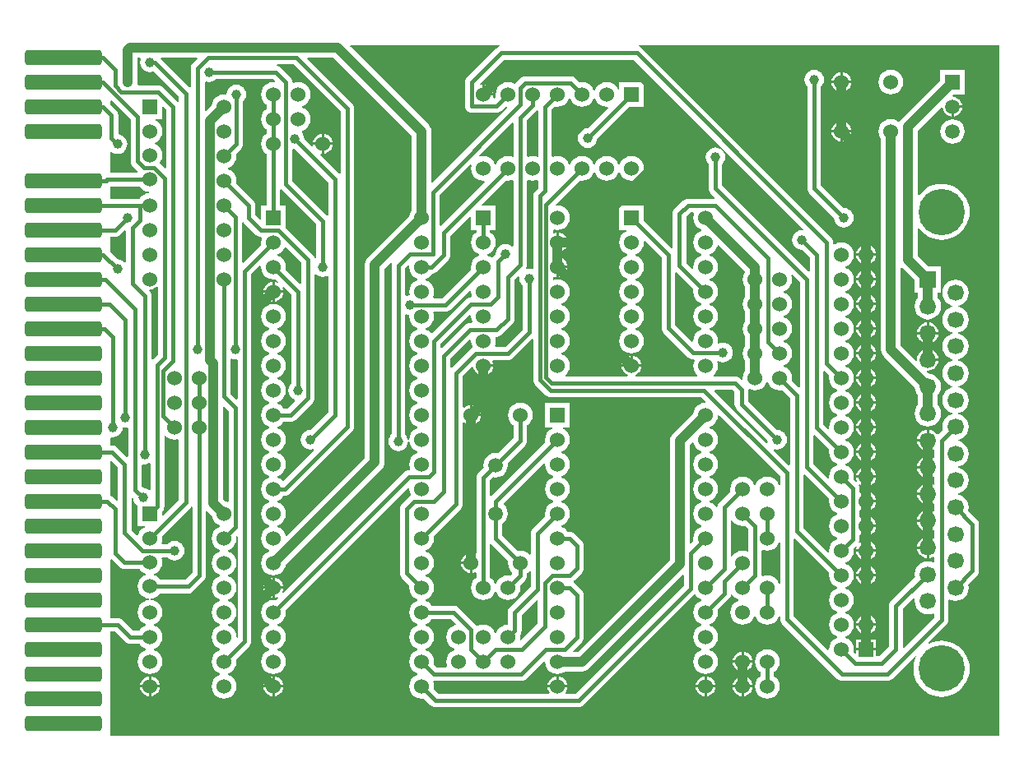
<source format=gtl>
G04 Layer_Physical_Order=1*
G04 Layer_Color=255*
%FSLAX25Y25*%
%MOIN*%
G70*
G01*
G75*
G04:AMPARAMS|DCode=10|XSize=61.81mil|YSize=314.96mil|CornerRadius=15.45mil|HoleSize=0mil|Usage=FLASHONLY|Rotation=90.000|XOffset=0mil|YOffset=0mil|HoleType=Round|Shape=RoundedRectangle|*
%AMROUNDEDRECTD10*
21,1,0.06181,0.28406,0,0,90.0*
21,1,0.03091,0.31496,0,0,90.0*
1,1,0.03091,0.14203,0.01545*
1,1,0.03091,0.14203,-0.01545*
1,1,0.03091,-0.14203,-0.01545*
1,1,0.03091,-0.14203,0.01545*
%
%ADD10ROUNDEDRECTD10*%
%ADD11C,0.01575*%
%ADD12C,0.03937*%
%ADD13C,0.06000*%
%ADD14R,0.06000X0.06000*%
%ADD15C,0.05906*%
%ADD16R,0.05906X0.05906*%
%ADD17R,0.06000X0.06000*%
%ADD18C,0.18740*%
%ADD19R,0.06654X0.06654*%
%ADD20C,0.06654*%
%ADD21C,0.03937*%
G36*
X196114Y75955D02*
X195989Y75000D01*
X196160Y73703D01*
X196660Y72494D01*
X197457Y71456D01*
X197760Y71223D01*
X197793Y70724D01*
X196955Y69886D01*
X196000Y70012D01*
X194703Y69841D01*
X193494Y69340D01*
X192456Y68544D01*
X191660Y67506D01*
X191271Y66566D01*
X190729D01*
X190340Y67506D01*
X189544Y68544D01*
X188780Y69130D01*
Y82582D01*
X189280Y82789D01*
X196114Y75955D01*
D02*
G37*
G36*
X200715Y191077D02*
X200629Y190425D01*
X200764Y189398D01*
X201161Y188440D01*
X201792Y187617D01*
X201820Y187596D01*
Y169752D01*
X194849Y162780D01*
X190908D01*
X190630Y163196D01*
X190841Y163703D01*
X191012Y165000D01*
X190841Y166297D01*
X190807Y166379D01*
X191084Y166795D01*
X191425D01*
X192145Y166890D01*
X192815Y167168D01*
X193391Y167609D01*
X197363Y171582D01*
X197390Y171593D01*
X197966Y172035D01*
X198407Y172610D01*
X198685Y173281D01*
X198780Y174000D01*
Y189849D01*
X200241Y191310D01*
X200715Y191077D01*
D02*
G37*
G36*
X271114Y185955D02*
X270989Y185000D01*
X271160Y183703D01*
X271660Y182494D01*
X272457Y181456D01*
X273494Y180660D01*
X274435Y180271D01*
Y179729D01*
X273494Y179340D01*
X272457Y178544D01*
X271660Y177506D01*
X271160Y176297D01*
X270989Y175000D01*
X271160Y173703D01*
X271660Y172494D01*
X272457Y171457D01*
X273494Y170660D01*
X274435Y170271D01*
Y169729D01*
X273494Y169340D01*
X272457Y168544D01*
X271660Y167506D01*
X271160Y166297D01*
X270994Y165044D01*
X270787Y164901D01*
X270548Y164783D01*
X263780Y171552D01*
Y192636D01*
X264242Y192827D01*
X271114Y185955D01*
D02*
G37*
G36*
X395000Y5000D02*
X35000D01*
Y47220D01*
X36849D01*
X41035Y43035D01*
X41610Y42593D01*
X42281Y42315D01*
X43000Y42220D01*
X46870D01*
X47456Y41456D01*
X48494Y40660D01*
X49435Y40271D01*
Y39729D01*
X48494Y39340D01*
X47456Y38544D01*
X46660Y37506D01*
X46159Y36297D01*
X45989Y35000D01*
X46159Y33703D01*
X46660Y32494D01*
X47456Y31457D01*
X48494Y30660D01*
X49703Y30160D01*
X51000Y29989D01*
X52297Y30160D01*
X53506Y30660D01*
X54544Y31457D01*
X55340Y32494D01*
X55841Y33703D01*
X56011Y35000D01*
X55841Y36297D01*
X55340Y37506D01*
X54544Y38544D01*
X53506Y39340D01*
X52566Y39729D01*
Y40271D01*
X53506Y40660D01*
X54544Y41456D01*
X55340Y42494D01*
X55841Y43703D01*
X56011Y45000D01*
X55841Y46297D01*
X55340Y47506D01*
X54544Y48544D01*
X53506Y49340D01*
X52566Y49729D01*
Y50271D01*
X53506Y50660D01*
X54544Y51456D01*
X55340Y52494D01*
X55841Y53703D01*
X56011Y55000D01*
X55841Y56297D01*
X55340Y57506D01*
X54544Y58544D01*
X53506Y59340D01*
X52297Y59841D01*
X51208Y59984D01*
Y60488D01*
X52297Y60632D01*
X53506Y61133D01*
X54544Y61929D01*
X55130Y62693D01*
X66473D01*
X67192Y62787D01*
X67862Y63065D01*
X68438Y63507D01*
X72966Y68035D01*
X73407Y68610D01*
X73685Y69281D01*
X73780Y70000D01*
Y95898D01*
X74280Y96105D01*
X76080Y94304D01*
X76160Y93703D01*
X76660Y92494D01*
X77456Y91457D01*
X78494Y90660D01*
X79435Y90271D01*
Y89729D01*
X78494Y89340D01*
X77456Y88544D01*
X76660Y87506D01*
X76160Y86297D01*
X75989Y85000D01*
X76160Y83703D01*
X76660Y82494D01*
X77456Y81457D01*
X78494Y80660D01*
X79435Y80271D01*
Y79729D01*
X78494Y79340D01*
X77456Y78544D01*
X76660Y77506D01*
X76160Y76297D01*
X75989Y75000D01*
X76160Y73703D01*
X76660Y72494D01*
X77456Y71456D01*
X78494Y70660D01*
X79435Y70271D01*
Y69730D01*
X78494Y69340D01*
X77456Y68544D01*
X76660Y67506D01*
X76160Y66297D01*
X75989Y65000D01*
X76160Y63703D01*
X76660Y62494D01*
X77456Y61457D01*
X78494Y60660D01*
X79435Y60271D01*
Y59729D01*
X78494Y59340D01*
X77456Y58544D01*
X76660Y57506D01*
X76160Y56297D01*
X75989Y55000D01*
X76160Y53703D01*
X76660Y52494D01*
X77456Y51456D01*
X78494Y50660D01*
X79435Y50271D01*
Y49729D01*
X78494Y49340D01*
X77456Y48544D01*
X76660Y47506D01*
X76160Y46297D01*
X75989Y45000D01*
X76160Y43703D01*
X76660Y42494D01*
X77456Y41456D01*
X78494Y40660D01*
X79435Y40271D01*
Y39729D01*
X78494Y39340D01*
X77456Y38544D01*
X76660Y37506D01*
X76160Y36297D01*
X75989Y35000D01*
X76160Y33703D01*
X76660Y32494D01*
X77456Y31457D01*
X78494Y30660D01*
X79435Y30271D01*
Y29730D01*
X78494Y29340D01*
X77456Y28544D01*
X76660Y27506D01*
X76160Y26297D01*
X75989Y25000D01*
X76160Y23703D01*
X76660Y22494D01*
X77456Y21456D01*
X78494Y20660D01*
X79703Y20159D01*
X81000Y19989D01*
X82297Y20159D01*
X83506Y20660D01*
X84544Y21456D01*
X85340Y22494D01*
X85841Y23703D01*
X86011Y25000D01*
X85841Y26297D01*
X85340Y27506D01*
X84544Y28544D01*
X83506Y29340D01*
X82566Y29730D01*
Y30271D01*
X83506Y30660D01*
X84544Y31457D01*
X85340Y32494D01*
X85841Y33703D01*
X86011Y35000D01*
X85886Y35955D01*
X91304Y41373D01*
X91746Y41949D01*
X92023Y42619D01*
X92118Y43339D01*
Y192187D01*
X95599Y195668D01*
X96048Y195447D01*
X95989Y195000D01*
X96159Y193703D01*
X96660Y192494D01*
X97457Y191456D01*
X98494Y190660D01*
X99703Y190159D01*
X101000Y189989D01*
X101955Y190114D01*
X103045Y189024D01*
X102762Y188600D01*
X102044Y188897D01*
X101500Y188969D01*
Y185500D01*
X104969D01*
X104897Y186044D01*
X104600Y186762D01*
X105024Y187046D01*
X108220Y183849D01*
Y147830D01*
X108192Y147808D01*
X107561Y146985D01*
X107164Y146028D01*
X107029Y145000D01*
X107164Y143972D01*
X107561Y143015D01*
X108192Y142192D01*
X109015Y141561D01*
X109657Y141295D01*
X109774Y140705D01*
X106849Y137780D01*
X105130D01*
X104544Y138544D01*
X103506Y139340D01*
X102566Y139729D01*
Y140271D01*
X103506Y140660D01*
X104544Y141456D01*
X105340Y142494D01*
X105841Y143703D01*
X106011Y145000D01*
X105841Y146297D01*
X105340Y147506D01*
X104544Y148544D01*
X103506Y149340D01*
X102566Y149730D01*
Y150271D01*
X103506Y150660D01*
X104544Y151456D01*
X105340Y152494D01*
X105841Y153703D01*
X106011Y155000D01*
X105841Y156297D01*
X105340Y157506D01*
X104544Y158544D01*
X103506Y159340D01*
X102566Y159730D01*
Y160271D01*
X103506Y160660D01*
X104544Y161457D01*
X105340Y162494D01*
X105841Y163703D01*
X106011Y165000D01*
X105841Y166297D01*
X105340Y167506D01*
X104544Y168544D01*
X103506Y169340D01*
X102566Y169729D01*
Y170271D01*
X103506Y170660D01*
X104544Y171457D01*
X105340Y172494D01*
X105841Y173703D01*
X106011Y175000D01*
X105841Y176297D01*
X105340Y177506D01*
X104544Y178544D01*
X103506Y179340D01*
X102297Y179841D01*
X101000Y180011D01*
X99703Y179841D01*
X98494Y179340D01*
X97457Y178544D01*
X96660Y177506D01*
X96159Y176297D01*
X95989Y175000D01*
X96159Y173703D01*
X96660Y172494D01*
X97457Y171457D01*
X98494Y170660D01*
X99435Y170271D01*
Y169729D01*
X98494Y169340D01*
X97457Y168544D01*
X96660Y167506D01*
X96159Y166297D01*
X95989Y165000D01*
X96159Y163703D01*
X96660Y162494D01*
X97457Y161457D01*
X98494Y160660D01*
X99435Y160271D01*
Y159730D01*
X98494Y159340D01*
X97457Y158544D01*
X96660Y157506D01*
X96159Y156297D01*
X95989Y155000D01*
X96159Y153703D01*
X96660Y152494D01*
X97457Y151456D01*
X98494Y150660D01*
X99435Y150271D01*
Y149730D01*
X98494Y149340D01*
X97457Y148544D01*
X96660Y147506D01*
X96159Y146297D01*
X95989Y145000D01*
X96159Y143703D01*
X96660Y142494D01*
X97457Y141456D01*
X98494Y140660D01*
X99435Y140271D01*
Y139729D01*
X98494Y139340D01*
X97457Y138544D01*
X96660Y137506D01*
X96159Y136297D01*
X95989Y135000D01*
X96159Y133703D01*
X96660Y132494D01*
X97457Y131456D01*
X98494Y130660D01*
X99435Y130271D01*
Y129729D01*
X98494Y129340D01*
X97457Y128544D01*
X96660Y127506D01*
X96159Y126297D01*
X95989Y125000D01*
X96159Y123703D01*
X96660Y122494D01*
X97457Y121457D01*
X98494Y120660D01*
X99435Y120271D01*
Y119729D01*
X98494Y119340D01*
X97457Y118544D01*
X96660Y117506D01*
X96159Y116297D01*
X95989Y115000D01*
X96159Y113703D01*
X96660Y112494D01*
X97457Y111457D01*
X98494Y110660D01*
X99435Y110271D01*
Y109730D01*
X98494Y109340D01*
X97457Y108544D01*
X96660Y107506D01*
X96159Y106297D01*
X95989Y105000D01*
X96159Y103703D01*
X96660Y102494D01*
X97457Y101456D01*
X98494Y100660D01*
X99435Y100271D01*
Y99730D01*
X98494Y99340D01*
X97457Y98544D01*
X96660Y97506D01*
X96159Y96297D01*
X95989Y95000D01*
X96159Y93703D01*
X96660Y92494D01*
X97457Y91457D01*
X98494Y90660D01*
X99435Y90271D01*
Y89729D01*
X98494Y89340D01*
X97457Y88544D01*
X96660Y87506D01*
X96159Y86297D01*
X95989Y85000D01*
X96159Y83703D01*
X96660Y82494D01*
X97457Y81457D01*
X98494Y80660D01*
X99435Y80271D01*
Y79729D01*
X98494Y79340D01*
X97457Y78544D01*
X96660Y77506D01*
X96159Y76297D01*
X95989Y75000D01*
X96159Y73703D01*
X96660Y72494D01*
X97457Y71456D01*
X98494Y70660D01*
X99703Y70160D01*
X101000Y69989D01*
X102297Y70160D01*
X103506Y70660D01*
X104544Y71456D01*
X105340Y72494D01*
X105841Y73703D01*
X105920Y74304D01*
X144908Y113292D01*
X145539Y114115D01*
X145936Y115072D01*
X146071Y116100D01*
Y194455D01*
X148666Y197050D01*
X149090Y196767D01*
X148915Y196345D01*
X148820Y195625D01*
Y127230D01*
X148792Y127208D01*
X148161Y126386D01*
X147764Y125428D01*
X147629Y124400D01*
X147764Y123372D01*
X148161Y122415D01*
X148792Y121592D01*
X149615Y120961D01*
X150572Y120564D01*
X151600Y120429D01*
X152628Y120564D01*
X153586Y120961D01*
X154408Y121592D01*
X155039Y122415D01*
X155436Y123372D01*
X155571Y124400D01*
X156062Y124446D01*
X156159Y123703D01*
X156660Y122494D01*
X157457Y121457D01*
X158494Y120660D01*
X159435Y120271D01*
Y119729D01*
X158494Y119340D01*
X157457Y118544D01*
X156660Y117506D01*
X156159Y116297D01*
X155989Y115000D01*
X156159Y113703D01*
X156411Y113095D01*
X156133Y112680D01*
X155900D01*
X155181Y112585D01*
X154510Y112307D01*
X153935Y111866D01*
X105024Y62955D01*
X104600Y63238D01*
X104897Y63956D01*
X104969Y64500D01*
X101500D01*
Y61031D01*
X102044Y61103D01*
X102762Y61400D01*
X103045Y60977D01*
X101955Y59886D01*
X101000Y60012D01*
X99703Y59841D01*
X98494Y59340D01*
X97457Y58544D01*
X96660Y57506D01*
X96159Y56297D01*
X95989Y55000D01*
X96159Y53703D01*
X96660Y52494D01*
X97457Y51456D01*
X98494Y50660D01*
X99435Y50271D01*
Y49729D01*
X98494Y49340D01*
X97457Y48544D01*
X96660Y47506D01*
X96159Y46297D01*
X95989Y45000D01*
X96159Y43703D01*
X96660Y42494D01*
X97457Y41456D01*
X98494Y40660D01*
X99435Y40271D01*
Y39729D01*
X98494Y39340D01*
X97457Y38544D01*
X96660Y37506D01*
X96159Y36297D01*
X95989Y35000D01*
X96159Y33703D01*
X96660Y32494D01*
X97457Y31457D01*
X98494Y30660D01*
X99703Y30160D01*
X101000Y29989D01*
X102297Y30160D01*
X103506Y30660D01*
X104544Y31457D01*
X105340Y32494D01*
X105841Y33703D01*
X106011Y35000D01*
X105841Y36297D01*
X105340Y37506D01*
X104544Y38544D01*
X103506Y39340D01*
X102566Y39729D01*
Y40271D01*
X103506Y40660D01*
X104544Y41456D01*
X105340Y42494D01*
X105841Y43703D01*
X106011Y45000D01*
X105841Y46297D01*
X105340Y47506D01*
X104544Y48544D01*
X103506Y49340D01*
X102566Y49729D01*
Y50271D01*
X103506Y50660D01*
X104544Y51456D01*
X105340Y52494D01*
X105841Y53703D01*
X106011Y55000D01*
X105886Y55955D01*
X155599Y105668D01*
X156048Y105447D01*
X155989Y105000D01*
X156159Y103703D01*
X156492Y102900D01*
X156602Y102442D01*
X156287Y102159D01*
X156035Y101966D01*
X153034Y98966D01*
X152593Y98390D01*
X152315Y97720D01*
X152220Y97000D01*
Y71000D01*
X152315Y70281D01*
X152593Y69610D01*
X153034Y69035D01*
X156114Y65955D01*
X155989Y65000D01*
X156159Y63703D01*
X156660Y62494D01*
X157457Y61457D01*
X158494Y60660D01*
X159435Y60271D01*
Y59729D01*
X158494Y59340D01*
X157457Y58544D01*
X156660Y57506D01*
X156159Y56297D01*
X155989Y55000D01*
X156159Y53703D01*
X156660Y52494D01*
X157457Y51456D01*
X158494Y50660D01*
X159435Y50271D01*
Y49729D01*
X158494Y49340D01*
X157457Y48544D01*
X156660Y47506D01*
X156159Y46297D01*
X155989Y45000D01*
X156159Y43703D01*
X156660Y42494D01*
X157457Y41456D01*
X158494Y40660D01*
X159435Y40271D01*
Y39729D01*
X158494Y39340D01*
X157457Y38544D01*
X156660Y37506D01*
X156159Y36297D01*
X155989Y35000D01*
X156159Y33703D01*
X156660Y32494D01*
X157457Y31457D01*
X158494Y30660D01*
X159435Y30271D01*
Y29730D01*
X158494Y29340D01*
X157457Y28544D01*
X156660Y27506D01*
X156159Y26297D01*
X155989Y25000D01*
X156159Y23703D01*
X156660Y22494D01*
X157457Y21456D01*
X158494Y20660D01*
X159703Y20159D01*
X161000Y19989D01*
X161955Y20114D01*
X164735Y17335D01*
X165310Y16893D01*
X165981Y16615D01*
X166700Y16520D01*
X224600D01*
X225320Y16615D01*
X225990Y16893D01*
X226566Y17335D01*
X271420Y62189D01*
X271919Y62157D01*
X272457Y61457D01*
X273494Y60660D01*
X274435Y60271D01*
Y59729D01*
X273494Y59340D01*
X272457Y58544D01*
X271660Y57506D01*
X271160Y56297D01*
X270989Y55000D01*
X271160Y53703D01*
X271660Y52494D01*
X272457Y51456D01*
X273494Y50660D01*
X274435Y50271D01*
Y49729D01*
X273494Y49340D01*
X272457Y48544D01*
X271660Y47506D01*
X271160Y46297D01*
X270989Y45000D01*
X271160Y43703D01*
X271660Y42494D01*
X272457Y41456D01*
X273494Y40660D01*
X274435Y40271D01*
Y39729D01*
X273494Y39340D01*
X272457Y38544D01*
X271660Y37506D01*
X271160Y36297D01*
X270989Y35000D01*
X271160Y33703D01*
X271660Y32494D01*
X272457Y31457D01*
X273494Y30660D01*
X274703Y30160D01*
X276000Y29989D01*
X277297Y30160D01*
X278506Y30660D01*
X279544Y31457D01*
X280340Y32494D01*
X280841Y33703D01*
X281012Y35000D01*
X280841Y36297D01*
X280340Y37506D01*
X279544Y38544D01*
X278506Y39340D01*
X277566Y39729D01*
Y40271D01*
X278506Y40660D01*
X279544Y41456D01*
X280340Y42494D01*
X280841Y43703D01*
X281012Y45000D01*
X280841Y46297D01*
X280340Y47506D01*
X279544Y48544D01*
X278506Y49340D01*
X277566Y49729D01*
Y50271D01*
X278506Y50660D01*
X279544Y51456D01*
X280340Y52494D01*
X280841Y53703D01*
X281012Y55000D01*
X280886Y55955D01*
X285466Y60535D01*
X285907Y61110D01*
X286185Y61781D01*
X286247Y62251D01*
X286765Y62357D01*
X287456Y61457D01*
X288494Y60660D01*
X289435Y60271D01*
Y59729D01*
X288494Y59340D01*
X287456Y58544D01*
X286660Y57506D01*
X286159Y56297D01*
X285989Y55000D01*
X286159Y53703D01*
X286660Y52494D01*
X287456Y51456D01*
X288494Y50660D01*
X289703Y50160D01*
X291000Y49989D01*
X292297Y50160D01*
X293506Y50660D01*
X294544Y51456D01*
X295340Y52494D01*
X295729Y53435D01*
X296271D01*
X296660Y52494D01*
X297457Y51456D01*
X298494Y50660D01*
X299703Y50160D01*
X301000Y49989D01*
X302297Y50160D01*
X303506Y50660D01*
X304544Y51456D01*
X305340Y52494D01*
X305720Y53412D01*
X306220Y53313D01*
Y52400D01*
X306315Y51681D01*
X306593Y51010D01*
X307034Y50435D01*
X329435Y28035D01*
X330010Y27593D01*
X330681Y27315D01*
X331400Y27220D01*
X349600D01*
X350320Y27315D01*
X350990Y27593D01*
X351566Y28035D01*
X360960Y37429D01*
X361384Y37146D01*
X360774Y35672D01*
X360357Y33937D01*
X360217Y32157D01*
X360357Y30378D01*
X360774Y28643D01*
X361457Y26994D01*
X362389Y25472D01*
X363548Y24115D01*
X364905Y22956D01*
X366427Y22024D01*
X368076Y21340D01*
X369812Y20924D01*
X371591Y20784D01*
X373370Y20924D01*
X375105Y21340D01*
X376754Y22024D01*
X378276Y22956D01*
X379633Y24115D01*
X380792Y25472D01*
X381725Y26994D01*
X382408Y28643D01*
X382824Y30378D01*
X382964Y32157D01*
X382824Y33937D01*
X382408Y35672D01*
X381725Y37321D01*
X380792Y38843D01*
X379633Y40200D01*
X378276Y41359D01*
X376754Y42292D01*
X375105Y42974D01*
X373370Y43391D01*
X371591Y43531D01*
X369812Y43391D01*
X368076Y42974D01*
X366602Y42364D01*
X366319Y42788D01*
X373466Y49935D01*
X373907Y50510D01*
X374185Y51181D01*
X374280Y51900D01*
Y59946D01*
X374780Y60257D01*
X375799Y59835D01*
X377181Y59653D01*
X378563Y59835D01*
X379852Y60369D01*
X380958Y61217D01*
X381806Y62324D01*
X382340Y63612D01*
X382522Y64994D01*
X382358Y66240D01*
X385966Y69848D01*
X386407Y70423D01*
X386685Y71094D01*
X386780Y71813D01*
Y90785D01*
X386685Y91505D01*
X386407Y92175D01*
X385966Y92751D01*
X382358Y96358D01*
X382522Y97604D01*
X382340Y98987D01*
X381806Y100275D01*
X380958Y101381D01*
X379852Y102230D01*
X378563Y102763D01*
X378381Y102787D01*
Y103292D01*
X378563Y103315D01*
X379852Y103849D01*
X380958Y104698D01*
X381806Y105804D01*
X382340Y107092D01*
X382522Y108475D01*
X382340Y109857D01*
X381806Y111145D01*
X380958Y112251D01*
X379852Y113100D01*
X378563Y113634D01*
X378382Y113657D01*
Y114162D01*
X378563Y114186D01*
X379852Y114719D01*
X380958Y115568D01*
X381806Y116674D01*
X382340Y117962D01*
X382522Y119344D01*
X382340Y120727D01*
X381806Y122015D01*
X380958Y123121D01*
X379852Y123970D01*
X378563Y124504D01*
X378381Y124527D01*
Y125032D01*
X378563Y125056D01*
X379852Y125589D01*
X380958Y126438D01*
X381806Y127544D01*
X382340Y128832D01*
X382522Y130215D01*
X382340Y131597D01*
X381806Y132885D01*
X380958Y133991D01*
X379852Y134840D01*
X378563Y135374D01*
X378382Y135398D01*
Y135902D01*
X378563Y135926D01*
X379852Y136459D01*
X380958Y137308D01*
X381806Y138414D01*
X382340Y139702D01*
X382522Y141085D01*
X382340Y142467D01*
X381806Y143755D01*
X380958Y144861D01*
X379852Y145710D01*
X378563Y146244D01*
X378382Y146267D01*
Y146772D01*
X378563Y146796D01*
X379852Y147329D01*
X380958Y148178D01*
X381806Y149284D01*
X382340Y150572D01*
X382522Y151955D01*
X382340Y153337D01*
X381806Y154625D01*
X380958Y155731D01*
X379852Y156580D01*
X378563Y157114D01*
X378381Y157138D01*
Y157642D01*
X378563Y157666D01*
X379852Y158200D01*
X380958Y159048D01*
X381806Y160154D01*
X382340Y161443D01*
X382522Y162825D01*
X382340Y164207D01*
X381806Y165495D01*
X380958Y166602D01*
X379852Y167450D01*
X378563Y167984D01*
X378382Y168008D01*
Y168512D01*
X378563Y168536D01*
X379852Y169070D01*
X380958Y169918D01*
X381806Y171024D01*
X382340Y172313D01*
X382522Y173695D01*
X382340Y175077D01*
X381806Y176365D01*
X380958Y177471D01*
X379852Y178320D01*
X378563Y178854D01*
X378381Y178878D01*
Y179382D01*
X378563Y179406D01*
X379852Y179940D01*
X380958Y180789D01*
X381806Y181895D01*
X382340Y183183D01*
X382522Y184565D01*
X382340Y185947D01*
X381806Y187236D01*
X380958Y188342D01*
X379852Y189190D01*
X378563Y189724D01*
X377181Y189906D01*
X375799Y189724D01*
X374511Y189190D01*
X373405Y188342D01*
X372556Y187236D01*
X372022Y185947D01*
X371840Y184565D01*
X372022Y183183D01*
X372556Y181895D01*
X373405Y180789D01*
X374511Y179940D01*
X375799Y179406D01*
X375981Y179382D01*
Y178878D01*
X375799Y178854D01*
X374511Y178320D01*
X373405Y177471D01*
X372556Y176365D01*
X372022Y175077D01*
X371840Y173695D01*
X372022Y172313D01*
X372556Y171024D01*
X373405Y169918D01*
X374511Y169070D01*
X375799Y168536D01*
X375980Y168512D01*
Y168008D01*
X375799Y167984D01*
X374511Y167450D01*
X373405Y166602D01*
X372556Y165495D01*
X372022Y164207D01*
X371840Y162825D01*
X372022Y161443D01*
X372556Y160154D01*
X373405Y159048D01*
X374511Y158200D01*
X375799Y157666D01*
X375981Y157642D01*
Y157138D01*
X375799Y157114D01*
X374511Y156580D01*
X373405Y155731D01*
X372556Y154625D01*
X372022Y153337D01*
X371840Y151955D01*
X372022Y150572D01*
X372556Y149284D01*
X373405Y148178D01*
X374511Y147329D01*
X375799Y146796D01*
X375980Y146772D01*
Y146267D01*
X375799Y146244D01*
X374511Y145710D01*
X373405Y144861D01*
X372556Y143755D01*
X372022Y142467D01*
X371840Y141085D01*
X372022Y139702D01*
X372556Y138414D01*
X373405Y137308D01*
X374511Y136459D01*
X375799Y135926D01*
X375980Y135902D01*
Y135398D01*
X375799Y135374D01*
X374511Y134840D01*
X373405Y133991D01*
X372556Y132885D01*
X372022Y131597D01*
X371840Y130215D01*
X372004Y128969D01*
X370203Y127167D01*
X369567Y127239D01*
X369086Y127865D01*
X368182Y128559D01*
X367130Y128995D01*
X366500Y129078D01*
Y124779D01*
Y120481D01*
X367130Y120564D01*
X368182Y121000D01*
X368272Y121069D01*
X368720Y120848D01*
Y117841D01*
X368272Y117620D01*
X368182Y117689D01*
X367130Y118125D01*
X366500Y118208D01*
Y113909D01*
Y109611D01*
X367130Y109694D01*
X368182Y110130D01*
X368272Y110199D01*
X368720Y109978D01*
Y106971D01*
X368272Y106750D01*
X368182Y106819D01*
X367130Y107255D01*
X366500Y107338D01*
Y103040D01*
Y98741D01*
X367130Y98824D01*
X368182Y99260D01*
X368272Y99329D01*
X368720Y99108D01*
Y96101D01*
X368272Y95880D01*
X368182Y95949D01*
X367130Y96385D01*
X366500Y96468D01*
Y92169D01*
Y87871D01*
X367130Y87954D01*
X368182Y88390D01*
X368272Y88459D01*
X368720Y88238D01*
Y85231D01*
X368272Y85010D01*
X368182Y85079D01*
X367130Y85515D01*
X366500Y85598D01*
Y81299D01*
Y77001D01*
X367130Y77084D01*
X368182Y77520D01*
X368272Y77589D01*
X368720Y77368D01*
Y75575D01*
X368220Y75241D01*
X367382Y75588D01*
X366000Y75770D01*
X364618Y75588D01*
X363330Y75055D01*
X362224Y74206D01*
X361375Y73100D01*
X360841Y71811D01*
X360659Y70429D01*
X360823Y69183D01*
X351135Y59495D01*
X350693Y58919D01*
X350415Y58249D01*
X350320Y57529D01*
Y41252D01*
X346249Y37180D01*
X345000D01*
Y39500D01*
X337000D01*
Y38584D01*
X336538Y38393D01*
X335886Y39046D01*
X336012Y40000D01*
X335841Y41297D01*
X335340Y42506D01*
X334544Y43544D01*
X333506Y44340D01*
X332566Y44730D01*
Y45271D01*
X333506Y45660D01*
X334544Y46457D01*
X335340Y47494D01*
X335841Y48703D01*
X336012Y50000D01*
X335841Y51297D01*
X335340Y52506D01*
X334544Y53544D01*
X333506Y54340D01*
X332566Y54729D01*
Y55271D01*
X333506Y55660D01*
X334544Y56457D01*
X335340Y57494D01*
X335841Y58703D01*
X336012Y60000D01*
X335841Y61297D01*
X335340Y62506D01*
X334544Y63544D01*
X333506Y64340D01*
X332566Y64729D01*
Y65271D01*
X333506Y65660D01*
X334544Y66457D01*
X335340Y67494D01*
X335841Y68703D01*
X336012Y70000D01*
X335841Y71297D01*
X335340Y72506D01*
X334544Y73544D01*
X333506Y74340D01*
X332566Y74730D01*
Y75271D01*
X333506Y75660D01*
X334544Y76456D01*
X335340Y77494D01*
X335841Y78703D01*
X336012Y80000D01*
X335886Y80955D01*
X336977Y82046D01*
X337400Y81762D01*
X337103Y81044D01*
X337031Y80500D01*
X340500D01*
Y83969D01*
X339956Y83897D01*
X338983Y83494D01*
X338519Y83138D01*
X338108Y83453D01*
X338285Y83881D01*
X338380Y84600D01*
Y86404D01*
X338828Y86625D01*
X338983Y86506D01*
X339956Y86103D01*
X340500Y86031D01*
Y90000D01*
Y93969D01*
X339956Y93897D01*
X338983Y93494D01*
X338828Y93375D01*
X338380Y93597D01*
Y96404D01*
X338828Y96625D01*
X338983Y96506D01*
X339956Y96103D01*
X340500Y96031D01*
Y100000D01*
Y103969D01*
X339956Y103897D01*
X338983Y103494D01*
X338828Y103375D01*
X338380Y103597D01*
Y105400D01*
X338285Y106120D01*
X338108Y106547D01*
X338519Y106862D01*
X338983Y106506D01*
X339956Y106103D01*
X340500Y106031D01*
Y109500D01*
X337031D01*
X337103Y108956D01*
X337400Y108238D01*
X336977Y107955D01*
X335886Y109046D01*
X336012Y110000D01*
X335841Y111297D01*
X335340Y112506D01*
X334544Y113544D01*
X333506Y114340D01*
X332566Y114729D01*
Y115271D01*
X333506Y115660D01*
X334544Y116456D01*
X335340Y117494D01*
X335841Y118703D01*
X336012Y120000D01*
X335841Y121297D01*
X335340Y122506D01*
X334544Y123544D01*
X333506Y124340D01*
X332566Y124730D01*
Y125271D01*
X333506Y125660D01*
X334544Y126456D01*
X335340Y127494D01*
X335841Y128703D01*
X336012Y130000D01*
X335841Y131297D01*
X335340Y132506D01*
X334544Y133544D01*
X333506Y134340D01*
X332566Y134730D01*
Y135271D01*
X333506Y135660D01*
X334544Y136457D01*
X335340Y137494D01*
X335841Y138703D01*
X336012Y140000D01*
X335841Y141297D01*
X335340Y142506D01*
X334544Y143544D01*
X333506Y144340D01*
X332566Y144729D01*
Y145271D01*
X333506Y145660D01*
X334544Y146457D01*
X335340Y147494D01*
X335841Y148703D01*
X336012Y150000D01*
X335841Y151297D01*
X335340Y152506D01*
X334544Y153544D01*
X333506Y154340D01*
X332566Y154729D01*
Y155271D01*
X333506Y155660D01*
X334544Y156456D01*
X335340Y157494D01*
X335841Y158703D01*
X336012Y160000D01*
X335841Y161297D01*
X335340Y162506D01*
X334544Y163544D01*
X333506Y164340D01*
X332566Y164729D01*
Y165271D01*
X333506Y165660D01*
X334544Y166456D01*
X335340Y167494D01*
X335841Y168703D01*
X336012Y170000D01*
X335841Y171297D01*
X335340Y172506D01*
X334544Y173544D01*
X333506Y174340D01*
X332566Y174730D01*
Y175271D01*
X333506Y175660D01*
X334544Y176456D01*
X335340Y177494D01*
X335841Y178703D01*
X336012Y180000D01*
X335841Y181297D01*
X335340Y182506D01*
X334544Y183544D01*
X333506Y184340D01*
X332566Y184730D01*
Y185271D01*
X333506Y185660D01*
X334544Y186457D01*
X335340Y187494D01*
X335841Y188703D01*
X336012Y190000D01*
X335841Y191297D01*
X335340Y192506D01*
X334544Y193544D01*
X333506Y194340D01*
X332566Y194729D01*
Y195271D01*
X333506Y195660D01*
X334544Y196457D01*
X335340Y197494D01*
X335841Y198703D01*
X336012Y200000D01*
X335841Y201297D01*
X335340Y202506D01*
X334544Y203544D01*
X333506Y204340D01*
X332297Y204841D01*
X331000Y205012D01*
X329703Y204841D01*
X328494Y204340D01*
X328228Y204136D01*
X327780Y204357D01*
Y205000D01*
X327685Y205719D01*
X327407Y206390D01*
X326966Y206965D01*
X250165Y283766D01*
X249590Y284207D01*
X248919Y284485D01*
X248806Y284500D01*
X248839Y285000D01*
X395000D01*
Y5000D01*
D02*
G37*
G36*
X181048Y185447D02*
X180989Y185000D01*
X181159Y183703D01*
X181370Y183195D01*
X181092Y182780D01*
X181000D01*
X180281Y182685D01*
X179610Y182407D01*
X179034Y181966D01*
X165276Y168207D01*
X164777Y168240D01*
X164544Y168544D01*
X163506Y169340D01*
X162566Y169729D01*
Y170271D01*
X163506Y170660D01*
X164544Y171457D01*
X165340Y172494D01*
X165841Y173703D01*
X166012Y175000D01*
X165841Y176297D01*
X165796Y176405D01*
X166074Y176820D01*
X170600D01*
X171319Y176915D01*
X171990Y177193D01*
X172566Y177635D01*
X180599Y185668D01*
X181048Y185447D01*
D02*
G37*
G36*
Y165447D02*
X180989Y165000D01*
X181159Y163703D01*
X181492Y162900D01*
X181602Y162442D01*
X181287Y162159D01*
X181035Y161966D01*
X173280Y154211D01*
X172780Y154418D01*
Y157849D01*
X180599Y165668D01*
X181048Y165447D01*
D02*
G37*
G36*
X211048Y115447D02*
X210989Y115000D01*
X211159Y113703D01*
X211660Y112494D01*
X212456Y111457D01*
X213494Y110660D01*
X214435Y110271D01*
Y109730D01*
X213494Y109340D01*
X212456Y108544D01*
X211660Y107506D01*
X211159Y106297D01*
X210989Y105000D01*
X211159Y103703D01*
X211660Y102494D01*
X212456Y101456D01*
X213494Y100660D01*
X214435Y100271D01*
Y99730D01*
X213494Y99340D01*
X212456Y98544D01*
X211660Y97506D01*
X211159Y96297D01*
X210989Y95000D01*
X211114Y94046D01*
X205972Y88903D01*
X205530Y88327D01*
X205252Y87656D01*
X205157Y86937D01*
Y78522D01*
X204684Y78361D01*
X204544Y78544D01*
X203506Y79340D01*
X202297Y79841D01*
X201000Y80011D01*
X200045Y79886D01*
X193780Y86151D01*
Y90930D01*
X194510Y91490D01*
X195299Y92518D01*
X195795Y93715D01*
X195964Y95000D01*
X195795Y96285D01*
X195299Y97482D01*
X194510Y98510D01*
X194206Y98743D01*
X194173Y99242D01*
X210599Y115668D01*
X211048Y115447D01*
D02*
G37*
G36*
X68220Y97674D02*
Y71152D01*
X65321Y68252D01*
X55130D01*
X54544Y69016D01*
X53506Y69813D01*
X52756Y70123D01*
Y70664D01*
X53506Y70975D01*
X54544Y71772D01*
X55340Y72809D01*
X55841Y74018D01*
X56011Y75315D01*
X55841Y76612D01*
X55761Y76805D01*
X56039Y77220D01*
X58170D01*
X58192Y77192D01*
X59015Y76561D01*
X59972Y76164D01*
X61000Y76029D01*
X62028Y76164D01*
X62985Y76561D01*
X63808Y77192D01*
X64439Y78015D01*
X64836Y78972D01*
X64971Y80000D01*
X64836Y81028D01*
X64439Y81985D01*
X63808Y82808D01*
X62985Y83439D01*
X62028Y83836D01*
X61000Y83971D01*
X59972Y83836D01*
X59015Y83439D01*
X58192Y82808D01*
X58170Y82780D01*
X55908D01*
X55630Y83196D01*
X55841Y83703D01*
X56011Y85000D01*
X55886Y85955D01*
X67540Y97609D01*
X67720Y97844D01*
X68220Y97674D01*
D02*
G37*
G36*
X181048Y175447D02*
X180989Y175000D01*
X181159Y173703D01*
X181511Y172855D01*
X181177Y172355D01*
X180575D01*
X179856Y172260D01*
X179185Y171982D01*
X178609Y171540D01*
X169242Y162173D01*
X168780Y162364D01*
Y163849D01*
X180599Y175668D01*
X181048Y175447D01*
D02*
G37*
G36*
X292029Y193355D02*
Y192987D01*
X291660Y192506D01*
X291160Y191297D01*
X290989Y190000D01*
X291160Y188703D01*
X291660Y187494D01*
X292029Y187013D01*
Y182987D01*
X291660Y182506D01*
X291160Y181297D01*
X290989Y180000D01*
X291160Y178703D01*
X291660Y177494D01*
X292029Y177014D01*
Y172987D01*
X291660Y172506D01*
X291160Y171297D01*
X290989Y170000D01*
X291160Y168703D01*
X291660Y167494D01*
X292029Y167014D01*
Y162987D01*
X291660Y162506D01*
X291160Y161297D01*
X290989Y160000D01*
X291160Y158703D01*
X291660Y157494D01*
X292029Y157013D01*
Y152987D01*
X291660Y152506D01*
X291160Y151297D01*
X290989Y150000D01*
X291048Y149553D01*
X290599Y149332D01*
X289966Y149966D01*
X289390Y150407D01*
X288720Y150685D01*
X288000Y150780D01*
X279439D01*
X279279Y151253D01*
X279544Y151456D01*
X280340Y152494D01*
X280841Y153703D01*
X281012Y155000D01*
X280841Y156297D01*
X280693Y156655D01*
X281103Y156970D01*
X281115Y156961D01*
X282072Y156564D01*
X283100Y156429D01*
X284128Y156564D01*
X285086Y156961D01*
X285908Y157592D01*
X286539Y158415D01*
X286936Y159372D01*
X287071Y160400D01*
X286936Y161428D01*
X286539Y162386D01*
X285908Y163208D01*
X285086Y163839D01*
X284128Y164236D01*
X283100Y164371D01*
X282072Y164236D01*
X281377Y163948D01*
X280919Y164297D01*
X281012Y165000D01*
X280841Y166297D01*
X280340Y167506D01*
X279544Y168544D01*
X278506Y169340D01*
X277566Y169729D01*
Y170271D01*
X278506Y170660D01*
X279544Y171457D01*
X280340Y172494D01*
X280841Y173703D01*
X281012Y175000D01*
X280841Y176297D01*
X280340Y177506D01*
X279544Y178544D01*
X278506Y179340D01*
X277566Y179729D01*
Y180271D01*
X278506Y180660D01*
X279544Y181456D01*
X280340Y182494D01*
X280841Y183703D01*
X281012Y185000D01*
X280841Y186297D01*
X280340Y187506D01*
X279544Y188544D01*
X278506Y189340D01*
X277566Y189729D01*
Y190271D01*
X278506Y190660D01*
X279544Y191456D01*
X280340Y192494D01*
X280841Y193703D01*
X281012Y195000D01*
X280841Y196297D01*
X280340Y197506D01*
X279544Y198544D01*
X278506Y199340D01*
X277566Y199730D01*
Y200271D01*
X278506Y200660D01*
X279544Y201456D01*
X280340Y202494D01*
X280841Y203703D01*
X280865Y203886D01*
X281338Y204046D01*
X292029Y193355D01*
D02*
G37*
G36*
X360794Y60585D02*
X360659Y59559D01*
X360841Y58177D01*
X361375Y56889D01*
X362224Y55783D01*
X363330Y54934D01*
X364618Y54400D01*
X366000Y54218D01*
X367382Y54400D01*
X368220Y54747D01*
X368720Y54413D01*
Y53052D01*
X356342Y40673D01*
X355880Y40864D01*
Y56378D01*
X360321Y60819D01*
X360794Y60585D01*
D02*
G37*
G36*
X54220Y186860D02*
Y159488D01*
X52280Y157548D01*
X51780Y157755D01*
Y183200D01*
X51685Y183920D01*
X51407Y184590D01*
X50966Y185166D01*
X50589Y185542D01*
X50810Y185991D01*
X51000Y185966D01*
X52044Y186103D01*
X53017Y186506D01*
X53720Y187046D01*
X54220Y186860D01*
D02*
G37*
G36*
X112220Y196949D02*
Y188364D01*
X111758Y188173D01*
X105886Y194045D01*
X106011Y195000D01*
X105841Y196297D01*
X105340Y197506D01*
X104544Y198544D01*
X103506Y199340D01*
X102566Y199730D01*
Y200271D01*
X103506Y200660D01*
X104544Y201456D01*
X105340Y202494D01*
X105559Y203022D01*
X106049Y203120D01*
X112220Y196949D01*
D02*
G37*
G36*
X204703Y230159D02*
X206000Y229989D01*
X207297Y230159D01*
X207805Y230370D01*
X208220Y230092D01*
Y226952D01*
X207035Y225766D01*
X206593Y225190D01*
X206315Y224519D01*
X206220Y223800D01*
Y194465D01*
X205805Y194188D01*
X205628Y194261D01*
X204600Y194396D01*
X203792Y194290D01*
X203659Y194401D01*
X203456Y194727D01*
X203685Y195281D01*
X203780Y196000D01*
Y230092D01*
X204195Y230370D01*
X204703Y230159D01*
D02*
G37*
G36*
X326114Y70955D02*
X325989Y70000D01*
X326160Y68703D01*
X326660Y67494D01*
X327456Y66457D01*
X328494Y65660D01*
X329435Y65271D01*
Y64729D01*
X328494Y64340D01*
X327456Y63544D01*
X326660Y62506D01*
X326160Y61297D01*
X325989Y60000D01*
X326160Y58703D01*
X326660Y57494D01*
X327456Y56457D01*
X328494Y55660D01*
X329435Y55271D01*
Y54729D01*
X328494Y54340D01*
X327456Y53544D01*
X326660Y52506D01*
X326160Y51297D01*
X325989Y50000D01*
X326160Y48703D01*
X326660Y47494D01*
X327456Y46457D01*
X328494Y45660D01*
X329435Y45271D01*
Y44730D01*
X328494Y44340D01*
X327456Y43544D01*
X326660Y42506D01*
X326160Y41297D01*
X325994Y40044D01*
X325787Y39900D01*
X325548Y39783D01*
X311780Y53552D01*
Y84636D01*
X312242Y84828D01*
X326114Y70955D01*
D02*
G37*
G36*
X86559Y85574D02*
Y44812D01*
X86485Y44766D01*
X86169Y44922D01*
X86004Y45056D01*
X85841Y46297D01*
X85340Y47506D01*
X84544Y48544D01*
X83506Y49340D01*
X82566Y49729D01*
Y50271D01*
X83506Y50660D01*
X84544Y51456D01*
X85340Y52494D01*
X85841Y53703D01*
X86011Y55000D01*
X85841Y56297D01*
X85340Y57506D01*
X84544Y58544D01*
X83506Y59340D01*
X82566Y59729D01*
Y60271D01*
X83506Y60660D01*
X84544Y61457D01*
X85340Y62494D01*
X85841Y63703D01*
X86011Y65000D01*
X85841Y66297D01*
X85340Y67506D01*
X84544Y68544D01*
X83506Y69340D01*
X82566Y69730D01*
Y70271D01*
X83506Y70660D01*
X84544Y71456D01*
X85340Y72494D01*
X85841Y73703D01*
X86011Y75000D01*
X85841Y76297D01*
X85340Y77506D01*
X84544Y78544D01*
X83506Y79340D01*
X82566Y79729D01*
Y80271D01*
X83506Y80660D01*
X84544Y81457D01*
X85340Y82494D01*
X85841Y83703D01*
X86011Y85000D01*
X85920Y85698D01*
X86059Y85811D01*
X86559Y85574D01*
D02*
G37*
G36*
X38719Y73350D02*
X39295Y72908D01*
X39966Y72630D01*
X40685Y72535D01*
X46870D01*
X47456Y71772D01*
X48494Y70975D01*
X49245Y70664D01*
Y70123D01*
X48494Y69813D01*
X47456Y69016D01*
X46660Y67978D01*
X46159Y66769D01*
X45989Y65473D01*
X46159Y64175D01*
X46660Y62967D01*
X47456Y61929D01*
X48494Y61133D01*
X49703Y60632D01*
X50792Y60488D01*
Y59984D01*
X49703Y59841D01*
X48494Y59340D01*
X47456Y58544D01*
X46660Y57506D01*
X46159Y56297D01*
X45989Y55000D01*
X46159Y53703D01*
X46660Y52494D01*
X47456Y51456D01*
X48494Y50660D01*
X49435Y50271D01*
Y49729D01*
X48494Y49340D01*
X47456Y48544D01*
X46870Y47780D01*
X44151D01*
X39966Y51966D01*
X39390Y52407D01*
X38719Y52685D01*
X38000Y52780D01*
X35000D01*
Y76362D01*
X35500Y76569D01*
X38719Y73350D01*
D02*
G37*
G36*
X181032Y215447D02*
Y210032D01*
X183220D01*
Y209130D01*
X182457Y208544D01*
X181660Y207506D01*
X181159Y206297D01*
X180989Y205000D01*
X181159Y203703D01*
X181660Y202494D01*
X182457Y201456D01*
X183494Y200660D01*
X184435Y200271D01*
Y199730D01*
X183494Y199340D01*
X182457Y198544D01*
X181660Y197506D01*
X181159Y196297D01*
X180989Y195000D01*
X181114Y194045D01*
X169449Y182380D01*
X165834D01*
X165500Y182880D01*
X165841Y183703D01*
X166012Y185000D01*
X165841Y186297D01*
X165340Y187506D01*
X164544Y188544D01*
X163506Y189340D01*
X162566Y189729D01*
Y190271D01*
X163506Y190660D01*
X164544Y191456D01*
X165159Y192258D01*
X165594Y192315D01*
X166264Y192593D01*
X166840Y193035D01*
X171840Y198035D01*
X172281Y198610D01*
X172559Y199281D01*
X172654Y200000D01*
Y207723D01*
X180570Y215639D01*
X181032Y215447D01*
D02*
G37*
G36*
X208120Y59898D02*
Y50551D01*
X201356Y43787D01*
X200883Y44021D01*
X201011Y45000D01*
X200880Y46001D01*
X201150Y46353D01*
X201428Y47023D01*
X201523Y47743D01*
Y53954D01*
X207659Y60090D01*
X208120Y59898D01*
D02*
G37*
G36*
X156051Y195476D02*
X155989Y195000D01*
X156159Y193703D01*
X156660Y192494D01*
X157457Y191456D01*
X158494Y190660D01*
X159435Y190271D01*
Y189729D01*
X158494Y189340D01*
X157457Y188544D01*
X156660Y187506D01*
X156159Y186297D01*
X155989Y185000D01*
X156159Y183703D01*
X156057Y183526D01*
X155372Y183436D01*
X154880Y183232D01*
X154380Y183566D01*
Y194474D01*
X155603Y195697D01*
X156051Y195476D01*
D02*
G37*
G36*
X206220Y165636D02*
Y149341D01*
X206315Y148621D01*
X206593Y147951D01*
X207035Y147375D01*
X211375Y143035D01*
X211951Y142593D01*
X212621Y142315D01*
X213341Y142220D01*
X219807D01*
X220527Y142315D01*
X220572Y142334D01*
X274235D01*
X276109Y140461D01*
X275868Y139994D01*
X274703Y139841D01*
X273494Y139340D01*
X272457Y138544D01*
X271660Y137506D01*
X271160Y136297D01*
X271080Y135696D01*
X262792Y127408D01*
X262161Y126586D01*
X261764Y125628D01*
X261629Y124600D01*
Y76245D01*
X224362Y38978D01*
X222563D01*
X222371Y39440D01*
X225966Y43034D01*
X226407Y43610D01*
X226685Y44281D01*
X226780Y45000D01*
Y62000D01*
X226685Y62720D01*
X226407Y63390D01*
X225966Y63966D01*
X222966Y66966D01*
X222673Y67190D01*
X222673Y67810D01*
X222966Y68034D01*
X225966Y71034D01*
X226407Y71610D01*
X226685Y72281D01*
X226780Y73000D01*
Y82000D01*
X226685Y82719D01*
X226407Y83390D01*
X225966Y83966D01*
X222966Y86966D01*
X222390Y87407D01*
X221719Y87685D01*
X221000Y87780D01*
X220130D01*
X219544Y88544D01*
X218506Y89340D01*
X217566Y89729D01*
Y90271D01*
X218506Y90660D01*
X219544Y91457D01*
X220340Y92494D01*
X220841Y93703D01*
X221011Y95000D01*
X220841Y96297D01*
X220340Y97506D01*
X219544Y98544D01*
X218506Y99340D01*
X217566Y99730D01*
Y100271D01*
X218506Y100660D01*
X219544Y101456D01*
X220340Y102494D01*
X220841Y103703D01*
X221011Y105000D01*
X220841Y106297D01*
X220340Y107506D01*
X219544Y108544D01*
X218506Y109340D01*
X217566Y109730D01*
Y110271D01*
X218506Y110660D01*
X219544Y111457D01*
X220340Y112494D01*
X220841Y113703D01*
X221011Y115000D01*
X220841Y116297D01*
X220340Y117506D01*
X219544Y118544D01*
X218506Y119340D01*
X217566Y119729D01*
Y120271D01*
X218506Y120660D01*
X219544Y121457D01*
X220340Y122494D01*
X220841Y123703D01*
X221011Y125000D01*
X220841Y126297D01*
X220340Y127506D01*
X219544Y128544D01*
X218506Y129340D01*
X218043Y129532D01*
X218143Y130032D01*
X220969D01*
Y139969D01*
X211032D01*
Y130032D01*
X213857D01*
X213957Y129532D01*
X213494Y129340D01*
X212456Y128544D01*
X211660Y127506D01*
X211159Y126297D01*
X210989Y125000D01*
X211114Y124046D01*
X189280Y102211D01*
X188780Y102418D01*
Y108534D01*
X190088Y109842D01*
X191000Y109721D01*
X192285Y109890D01*
X193482Y110386D01*
X194510Y111175D01*
X195299Y112203D01*
X195795Y113400D01*
X195964Y114685D01*
X195844Y115598D01*
X202966Y122720D01*
X203407Y123295D01*
X203685Y123966D01*
X203780Y124685D01*
Y130870D01*
X204544Y131456D01*
X205340Y132494D01*
X205841Y133703D01*
X206012Y135000D01*
X205841Y136297D01*
X205340Y137506D01*
X204544Y138544D01*
X203506Y139340D01*
X202297Y139841D01*
X201000Y140012D01*
X199703Y139841D01*
X198494Y139340D01*
X197457Y138544D01*
X196660Y137506D01*
X196160Y136297D01*
X195989Y135000D01*
X196160Y133703D01*
X196660Y132494D01*
X197457Y131456D01*
X198220Y130870D01*
Y125837D01*
X191913Y119529D01*
X191000Y119649D01*
X189715Y119480D01*
X188518Y118984D01*
X187490Y118195D01*
X186701Y117167D01*
X186205Y115970D01*
X186036Y114685D01*
X186156Y113773D01*
X184035Y111651D01*
X183593Y111075D01*
X183315Y110405D01*
X183220Y109685D01*
Y78944D01*
X182720Y78617D01*
X182044Y78897D01*
X181500Y78969D01*
Y75000D01*
Y71031D01*
X182044Y71103D01*
X182720Y71383D01*
X183220Y71056D01*
Y69130D01*
X182457Y68544D01*
X181660Y67506D01*
X181159Y66297D01*
X180989Y65000D01*
X181159Y63703D01*
X181660Y62494D01*
X182457Y61457D01*
X183494Y60660D01*
X184703Y60159D01*
X186000Y59989D01*
X187297Y60159D01*
X188506Y60660D01*
X189544Y61457D01*
X190340Y62494D01*
X190729Y63435D01*
X191271D01*
X191660Y62494D01*
X192456Y61457D01*
X193494Y60660D01*
X194703Y60159D01*
X196000Y59989D01*
X197297Y60159D01*
X198506Y60660D01*
X199544Y61457D01*
X200340Y62494D01*
X200841Y63703D01*
X201011Y65000D01*
X200886Y65955D01*
X202966Y68035D01*
X203407Y68610D01*
X203685Y69281D01*
X203780Y70000D01*
Y70870D01*
X204544Y71456D01*
X204684Y71639D01*
X205157Y71479D01*
Y65451D01*
X196777Y57071D01*
X196336Y56495D01*
X196058Y55825D01*
X195963Y55105D01*
Y50007D01*
X194703Y49841D01*
X193494Y49340D01*
X192456Y48544D01*
X191660Y47506D01*
X191271Y46566D01*
X190729D01*
X190340Y47506D01*
X189544Y48544D01*
X188506Y49340D01*
X187297Y49841D01*
X186000Y50011D01*
X184703Y49841D01*
X183935Y49523D01*
X183407Y49490D01*
X183213Y49743D01*
X182966Y50066D01*
X176066Y56966D01*
X175490Y57407D01*
X174820Y57685D01*
X174100Y57780D01*
X165130D01*
X164544Y58544D01*
X163506Y59340D01*
X162566Y59729D01*
Y60271D01*
X163506Y60660D01*
X164544Y61457D01*
X165340Y62494D01*
X165841Y63703D01*
X166012Y65000D01*
X165841Y66297D01*
X165340Y67506D01*
X164544Y68544D01*
X163506Y69340D01*
X162566Y69730D01*
Y70271D01*
X163506Y70660D01*
X164544Y71456D01*
X165340Y72494D01*
X165841Y73703D01*
X166012Y75000D01*
X165841Y76297D01*
X165340Y77506D01*
X164544Y78544D01*
X163506Y79340D01*
X162566Y79729D01*
Y80271D01*
X163506Y80660D01*
X164544Y81457D01*
X165340Y82494D01*
X165841Y83703D01*
X166012Y85000D01*
X165886Y85955D01*
X176966Y97035D01*
X177407Y97610D01*
X177685Y98281D01*
X177780Y99000D01*
Y131860D01*
X178280Y132046D01*
X178983Y131506D01*
X179956Y131103D01*
X180500Y131031D01*
Y135000D01*
Y138969D01*
X179956Y138897D01*
X178983Y138494D01*
X178280Y137955D01*
X177780Y138140D01*
Y150849D01*
X181516Y154585D01*
X182044Y154406D01*
X182103Y153956D01*
X182506Y152983D01*
X183147Y152147D01*
X183983Y151506D01*
X184956Y151103D01*
X185500Y151031D01*
Y155000D01*
X186000D01*
Y155500D01*
X189969D01*
X189897Y156044D01*
X189617Y156720D01*
X189944Y157220D01*
X196000D01*
X196720Y157315D01*
X197390Y157593D01*
X197966Y158035D01*
X205759Y165827D01*
X206220Y165636D01*
D02*
G37*
G36*
X155372Y175764D02*
X156077Y175672D01*
X155989Y175000D01*
X156159Y173703D01*
X156660Y172494D01*
X157457Y171457D01*
X158494Y170660D01*
X159435Y170271D01*
Y169729D01*
X158494Y169340D01*
X157457Y168544D01*
X156660Y167506D01*
X156159Y166297D01*
X155989Y165000D01*
X156159Y163703D01*
X156660Y162494D01*
X157457Y161457D01*
X158494Y160660D01*
X159435Y160271D01*
Y159730D01*
X158494Y159340D01*
X157457Y158544D01*
X156660Y157506D01*
X156159Y156297D01*
X155989Y155000D01*
X156159Y153703D01*
X156660Y152494D01*
X157457Y151456D01*
X158494Y150660D01*
X159435Y150271D01*
Y149730D01*
X158494Y149340D01*
X157457Y148544D01*
X156660Y147506D01*
X156159Y146297D01*
X155989Y145000D01*
X156159Y143703D01*
X156660Y142494D01*
X157457Y141456D01*
X158494Y140660D01*
X159435Y140271D01*
Y139729D01*
X158494Y139340D01*
X157457Y138544D01*
X156660Y137506D01*
X156159Y136297D01*
X155989Y135000D01*
X156159Y133703D01*
X156660Y132494D01*
X157457Y131456D01*
X158494Y130660D01*
X159435Y130271D01*
Y129729D01*
X158494Y129340D01*
X157457Y128544D01*
X156660Y127506D01*
X156159Y126297D01*
X155989Y125000D01*
X155498Y124954D01*
X155436Y125428D01*
X155039Y126386D01*
X154408Y127208D01*
X154380Y127230D01*
Y175634D01*
X154880Y175969D01*
X155372Y175764D01*
D02*
G37*
G36*
X287795Y144274D02*
Y139425D01*
X287890Y138706D01*
X288168Y138035D01*
X288609Y137460D01*
X301034Y125035D01*
X301029Y125000D01*
X301164Y123972D01*
X300739Y123692D01*
X279673Y144758D01*
X279864Y145220D01*
X286849D01*
X287795Y144274D01*
D02*
G37*
G36*
X57456Y126456D02*
X58494Y125660D01*
X59703Y125160D01*
X61000Y124989D01*
X62297Y125160D01*
X62379Y125194D01*
X62795Y124916D01*
Y100726D01*
X56431Y94362D01*
X55969Y94553D01*
Y96038D01*
X56029Y96098D01*
X56470Y96673D01*
X56748Y97344D01*
X56843Y98063D01*
Y126479D01*
X57316Y126639D01*
X57456Y126456D01*
D02*
G37*
G36*
X326114Y150955D02*
X325989Y150000D01*
X326160Y148703D01*
X326660Y147494D01*
X327456Y146457D01*
X328494Y145660D01*
X329435Y145271D01*
Y144729D01*
X328494Y144340D01*
X327456Y143544D01*
X326660Y142506D01*
X326160Y141297D01*
X325989Y140000D01*
X326160Y138703D01*
X326660Y137494D01*
X327456Y136457D01*
X328494Y135660D01*
X329435Y135271D01*
Y134730D01*
X328494Y134340D01*
X327456Y133544D01*
X326660Y132506D01*
X326160Y131297D01*
X325989Y130000D01*
X326048Y129553D01*
X325599Y129332D01*
X323780Y131152D01*
Y152636D01*
X324242Y152828D01*
X326114Y150955D01*
D02*
G37*
G36*
X119015Y191561D02*
X119972Y191164D01*
X121000Y191029D01*
X122028Y191164D01*
X122720Y191451D01*
X123220Y191143D01*
Y136151D01*
X116035Y128966D01*
X116000Y128971D01*
X114972Y128836D01*
X114015Y128439D01*
X113192Y127808D01*
X112561Y126986D01*
X112164Y126028D01*
X112029Y125000D01*
X112164Y123972D01*
X112561Y123015D01*
X113192Y122192D01*
X114015Y121561D01*
X114972Y121164D01*
X116000Y121029D01*
X117028Y121164D01*
X117142Y121212D01*
X117426Y120788D01*
X105089Y108451D01*
X104590Y108484D01*
X104544Y108544D01*
X103506Y109340D01*
X102566Y109730D01*
Y110271D01*
X103506Y110660D01*
X104544Y111457D01*
X105340Y112494D01*
X105841Y113703D01*
X106011Y115000D01*
X105841Y116297D01*
X105340Y117506D01*
X104544Y118544D01*
X103506Y119340D01*
X102566Y119729D01*
Y120271D01*
X103506Y120660D01*
X104544Y121457D01*
X105340Y122494D01*
X105841Y123703D01*
X106011Y125000D01*
X105841Y126297D01*
X105340Y127506D01*
X104544Y128544D01*
X103506Y129340D01*
X102566Y129729D01*
Y130271D01*
X103506Y130660D01*
X104544Y131456D01*
X105130Y132220D01*
X108000D01*
X108720Y132315D01*
X109390Y132593D01*
X109966Y133035D01*
X116966Y140034D01*
X117407Y140610D01*
X117685Y141281D01*
X117780Y142000D01*
Y191983D01*
X118280Y192125D01*
X119015Y191561D01*
D02*
G37*
G36*
X306220Y110349D02*
Y106687D01*
X305720Y106588D01*
X305340Y107506D01*
X304544Y108544D01*
X303506Y109340D01*
X302297Y109841D01*
X301000Y110011D01*
X299703Y109841D01*
X298494Y109340D01*
X297457Y108544D01*
X296660Y107506D01*
X296271Y106566D01*
X295729D01*
X295340Y107506D01*
X294544Y108544D01*
X293506Y109340D01*
X292297Y109841D01*
X291000Y110011D01*
X289703Y109841D01*
X288494Y109340D01*
X287456Y108544D01*
X286660Y107506D01*
X286159Y106297D01*
X285989Y105000D01*
X286114Y104045D01*
X281535Y99466D01*
X281093Y98890D01*
X280815Y98220D01*
X280753Y97749D01*
X280235Y97643D01*
X279544Y98544D01*
X278506Y99340D01*
X277566Y99730D01*
Y100271D01*
X278506Y100660D01*
X279544Y101456D01*
X280340Y102494D01*
X280841Y103703D01*
X281012Y105000D01*
X280841Y106297D01*
X280340Y107506D01*
X279544Y108544D01*
X278506Y109340D01*
X277566Y109730D01*
Y110271D01*
X278506Y110660D01*
X279544Y111457D01*
X280340Y112494D01*
X280841Y113703D01*
X281012Y115000D01*
X280841Y116297D01*
X280340Y117506D01*
X279544Y118544D01*
X278506Y119340D01*
X277566Y119729D01*
Y120271D01*
X278506Y120660D01*
X279544Y121457D01*
X280340Y122494D01*
X280841Y123703D01*
X281012Y125000D01*
X280841Y126297D01*
X280340Y127506D01*
X279544Y128544D01*
X278506Y129340D01*
X277566Y129729D01*
Y130271D01*
X278506Y130660D01*
X279544Y131456D01*
X280340Y132494D01*
X280841Y133703D01*
X280994Y134868D01*
X281461Y135108D01*
X306220Y110349D01*
D02*
G37*
G36*
X326114Y120955D02*
X325989Y120000D01*
X326160Y118703D01*
X326660Y117494D01*
X327456Y116456D01*
X328494Y115660D01*
X329435Y115271D01*
Y114729D01*
X328494Y114340D01*
X327456Y113544D01*
X326660Y112506D01*
X326160Y111297D01*
X325989Y110000D01*
X326048Y109553D01*
X325599Y109332D01*
X319780Y115152D01*
Y126636D01*
X320242Y126828D01*
X326114Y120955D01*
D02*
G37*
G36*
X51283Y115206D02*
Y104727D01*
X50783Y104480D01*
X50186Y104939D01*
X49228Y105336D01*
X48200Y105471D01*
X48165Y105466D01*
X47780Y105851D01*
Y114742D01*
X48280Y115124D01*
X49000Y115029D01*
X50028Y115164D01*
X50783Y115477D01*
X51283Y115206D01*
D02*
G37*
G36*
X82820Y136749D02*
Y100074D01*
X82405Y99796D01*
X82297Y99841D01*
X81696Y99920D01*
X80771Y100845D01*
Y138145D01*
X81233Y138336D01*
X82820Y136749D01*
D02*
G37*
G36*
X38020Y113849D02*
Y100364D01*
X37558Y100173D01*
X35766Y101966D01*
X35190Y102407D01*
X35000Y102486D01*
Y116216D01*
X35462Y116407D01*
X38020Y113849D01*
D02*
G37*
G36*
X306220Y83313D02*
Y66687D01*
X305720Y66588D01*
X305340Y67506D01*
X304544Y68544D01*
X303506Y69340D01*
X302297Y69841D01*
X301000Y70012D01*
X299703Y69841D01*
X299166Y69618D01*
X298769Y69923D01*
X298780Y70000D01*
Y80092D01*
X299196Y80370D01*
X299703Y80159D01*
X301000Y79989D01*
X302297Y80159D01*
X303506Y80660D01*
X304544Y81457D01*
X305340Y82494D01*
X305720Y83412D01*
X306220Y83313D01*
D02*
G37*
G36*
X301660Y147494D02*
X302456Y146457D01*
X303494Y145660D01*
X304703Y145159D01*
X306000Y144989D01*
X306955Y145114D01*
X310220Y141849D01*
Y114864D01*
X309758Y114673D01*
X303692Y120739D01*
X303972Y121164D01*
X305000Y121029D01*
X306028Y121164D01*
X306985Y121561D01*
X307808Y122192D01*
X308439Y123014D01*
X308836Y123972D01*
X308971Y125000D01*
X308836Y126028D01*
X308439Y126986D01*
X307808Y127808D01*
X306985Y128439D01*
X306028Y128836D01*
X305000Y128971D01*
X304965Y128966D01*
X293355Y140577D01*
Y145177D01*
X293776Y145501D01*
X293847Y145514D01*
X294703Y145159D01*
X296000Y144989D01*
X297297Y145159D01*
X298506Y145660D01*
X299544Y146457D01*
X300340Y147494D01*
X300729Y148435D01*
X301271D01*
X301660Y147494D01*
D02*
G37*
G36*
X314220Y188849D02*
Y146364D01*
X313758Y146173D01*
X310886Y149046D01*
X311012Y150000D01*
X310841Y151297D01*
X310340Y152506D01*
X309544Y153544D01*
X308506Y154340D01*
X307566Y154729D01*
Y155271D01*
X308506Y155660D01*
X309544Y156456D01*
X310340Y157494D01*
X310841Y158703D01*
X311012Y160000D01*
X310841Y161297D01*
X310340Y162506D01*
X309544Y163544D01*
X308506Y164340D01*
X307566Y164729D01*
Y165271D01*
X308506Y165660D01*
X309544Y166456D01*
X310340Y167494D01*
X310841Y168703D01*
X311012Y170000D01*
X310841Y171297D01*
X310340Y172506D01*
X309544Y173544D01*
X308506Y174340D01*
X307566Y174730D01*
Y175271D01*
X308506Y175660D01*
X309544Y176456D01*
X310340Y177494D01*
X310841Y178703D01*
X311012Y180000D01*
X310841Y181297D01*
X310340Y182506D01*
X309544Y183544D01*
X308506Y184340D01*
X307566Y184730D01*
Y185271D01*
X308506Y185660D01*
X309544Y186457D01*
X310340Y187494D01*
X310841Y188703D01*
X311012Y190000D01*
X310841Y191297D01*
X310682Y191680D01*
X311106Y191963D01*
X314220Y188849D01*
D02*
G37*
G36*
X326114Y100955D02*
X325989Y100000D01*
X326160Y98703D01*
X326660Y97494D01*
X327456Y96456D01*
X328494Y95660D01*
X329435Y95271D01*
Y94730D01*
X328494Y94340D01*
X327456Y93544D01*
X326660Y92506D01*
X326160Y91297D01*
X325989Y90000D01*
X326160Y88703D01*
X326660Y87494D01*
X327456Y86457D01*
X328494Y85660D01*
X329435Y85271D01*
Y84729D01*
X328494Y84340D01*
X327456Y83544D01*
X326660Y82506D01*
X326160Y81297D01*
X325989Y80000D01*
X326048Y79553D01*
X325599Y79332D01*
X315780Y89152D01*
Y110636D01*
X316242Y110828D01*
X326114Y100955D01*
D02*
G37*
G36*
X287456Y91457D02*
X288494Y90660D01*
X289703Y90159D01*
X291000Y89989D01*
X291955Y90114D01*
X293220Y88849D01*
Y79908D01*
X292805Y79631D01*
X292297Y79841D01*
X291000Y80011D01*
X289703Y79841D01*
X288494Y79340D01*
X287456Y78544D01*
X286780Y77662D01*
X286280Y77831D01*
Y92169D01*
X286780Y92339D01*
X287456Y91457D01*
D02*
G37*
G36*
X44257Y101289D02*
X44364Y100472D01*
X44761Y99515D01*
X45392Y98692D01*
X46032Y98202D01*
Y90032D01*
X48857D01*
X48957Y89532D01*
X48494Y89340D01*
X47456Y88544D01*
X46660Y87506D01*
X46213Y86426D01*
X45698Y86234D01*
X43580Y88351D01*
Y101151D01*
X43581Y101153D01*
X44080Y101413D01*
X44257Y101289D01*
D02*
G37*
G36*
X42220Y129742D02*
Y118164D01*
X41758Y117973D01*
X37766Y121966D01*
X37190Y122407D01*
X36520Y122685D01*
X35800Y122780D01*
X35000D01*
Y125782D01*
X35376Y126111D01*
X36000Y126029D01*
X37028Y126164D01*
X37986Y126561D01*
X38808Y127192D01*
X39439Y128015D01*
X39836Y128972D01*
X39932Y129702D01*
X39971Y130000D01*
X40462Y130100D01*
X41000Y130029D01*
X41720Y130124D01*
X42220Y129742D01*
D02*
G37*
G36*
X157029Y248355D02*
Y217987D01*
X156660Y217506D01*
X156159Y216297D01*
X156080Y215696D01*
X139292Y198908D01*
X138661Y198086D01*
X138264Y197128D01*
X138129Y196100D01*
Y117745D01*
X106338Y85954D01*
X105865Y86115D01*
X105841Y86297D01*
X105340Y87506D01*
X104544Y88544D01*
X103506Y89340D01*
X102566Y89729D01*
Y90271D01*
X103506Y90660D01*
X104544Y91457D01*
X105340Y92494D01*
X105841Y93703D01*
X106011Y95000D01*
X105841Y96297D01*
X105340Y97506D01*
X104544Y98544D01*
X103506Y99340D01*
X102566Y99730D01*
Y100271D01*
X103506Y100660D01*
X104544Y101456D01*
X105130Y102220D01*
X105569D01*
X106288Y102315D01*
X106959Y102593D01*
X107534Y103035D01*
X132966Y128466D01*
X133407Y129041D01*
X133685Y129712D01*
X133780Y130431D01*
Y259400D01*
X133685Y260120D01*
X133407Y260790D01*
X132966Y261366D01*
X114764Y279567D01*
X114955Y280029D01*
X125355D01*
X157029Y248355D01*
D02*
G37*
G36*
X84572Y157764D02*
X85600Y157629D01*
X86183Y157706D01*
X86559Y157376D01*
Y141526D01*
X86097Y141334D01*
X83780Y143651D01*
Y157643D01*
X84196Y157921D01*
X84572Y157764D01*
D02*
G37*
G36*
X271135Y123886D02*
X271160Y123703D01*
X271660Y122494D01*
X272457Y121457D01*
X273494Y120660D01*
X274435Y120271D01*
Y119729D01*
X273494Y119340D01*
X272457Y118544D01*
X271660Y117506D01*
X271160Y116297D01*
X270989Y115000D01*
X271160Y113703D01*
X271660Y112494D01*
X272457Y111457D01*
X273494Y110660D01*
X274435Y110271D01*
Y109730D01*
X273494Y109340D01*
X272457Y108544D01*
X271660Y107506D01*
X271160Y106297D01*
X270989Y105000D01*
X271160Y103703D01*
X271660Y102494D01*
X272457Y101456D01*
X273494Y100660D01*
X274435Y100271D01*
Y99730D01*
X273494Y99340D01*
X272457Y98544D01*
X271660Y97506D01*
X271160Y96297D01*
X270989Y95000D01*
X271160Y93703D01*
X271660Y92494D01*
X272457Y91457D01*
X273494Y90660D01*
X274435Y90271D01*
Y89729D01*
X273494Y89340D01*
X272457Y88544D01*
X271660Y87506D01*
X271160Y86297D01*
X270989Y85000D01*
X271114Y84045D01*
X270033Y82964D01*
X269571Y83155D01*
Y122955D01*
X270662Y124046D01*
X271135Y123886D01*
D02*
G37*
G36*
X271370Y216805D02*
X271160Y216297D01*
X270989Y215000D01*
X271160Y213703D01*
X271660Y212494D01*
X272457Y211456D01*
X273494Y210660D01*
X274435Y210271D01*
Y209730D01*
X273494Y209340D01*
X272457Y208544D01*
X271660Y207506D01*
X271160Y206297D01*
X270989Y205000D01*
X271160Y203703D01*
X271660Y202494D01*
X272457Y201456D01*
X273494Y200660D01*
X274435Y200271D01*
Y199730D01*
X273494Y199340D01*
X272457Y198544D01*
X271660Y197506D01*
X271160Y196297D01*
X270989Y195000D01*
X271048Y194553D01*
X270599Y194332D01*
X268180Y196751D01*
Y215349D01*
X270052Y217220D01*
X271092D01*
X271370Y216805D01*
D02*
G37*
G36*
X47456Y226929D02*
X48494Y226132D01*
X49703Y225632D01*
X50792Y225488D01*
Y224984D01*
X49703Y224841D01*
X48494Y224340D01*
X47456Y223544D01*
X46870Y222780D01*
X35000D01*
Y227693D01*
X46870D01*
X47456Y226929D01*
D02*
G37*
G36*
X192694Y284500D02*
X192581Y284485D01*
X191910Y284207D01*
X191335Y283766D01*
X179435Y271866D01*
X178993Y271290D01*
X178715Y270620D01*
X178620Y269900D01*
Y260400D01*
X178715Y259681D01*
X178993Y259010D01*
X179435Y258435D01*
X180010Y257993D01*
X180681Y257715D01*
X181400Y257620D01*
X191400D01*
X192120Y257715D01*
X192790Y257993D01*
X193366Y258435D01*
X195045Y260114D01*
X195603Y260041D01*
X195782Y259513D01*
X165433Y229164D01*
X164971Y229355D01*
Y250000D01*
X164836Y251028D01*
X164439Y251986D01*
X163808Y252808D01*
X132078Y284538D01*
X132269Y285000D01*
X192661D01*
X192694Y284500D01*
D02*
G37*
G36*
X198220Y230092D02*
Y203591D01*
X197720Y203352D01*
X197086Y203839D01*
X196128Y204236D01*
X195100Y204371D01*
X194072Y204236D01*
X193115Y203839D01*
X192292Y203208D01*
X191661Y202386D01*
X191264Y201428D01*
X191129Y200400D01*
X191134Y200365D01*
X190035Y199266D01*
X189808Y198971D01*
X189155Y198842D01*
X188506Y199340D01*
X187566Y199730D01*
Y200271D01*
X188506Y200660D01*
X189544Y201456D01*
X190340Y202494D01*
X190841Y203703D01*
X191012Y205000D01*
X190841Y206297D01*
X190340Y207506D01*
X189544Y208544D01*
X188780Y209130D01*
Y210032D01*
X190969D01*
Y219969D01*
X185553D01*
X185362Y220430D01*
X195045Y230114D01*
X196000Y229989D01*
X197297Y230159D01*
X197805Y230370D01*
X198220Y230092D01*
D02*
G37*
G36*
X47372Y279529D02*
X47164Y279028D01*
X47029Y278000D01*
X47164Y276972D01*
X47561Y276015D01*
X48192Y275192D01*
X49015Y274561D01*
X49972Y274164D01*
X51000Y274029D01*
X52028Y274164D01*
X52648Y274421D01*
X62795Y264274D01*
Y262197D01*
X62295Y262027D01*
X62265Y262066D01*
X56366Y267966D01*
X55790Y268407D01*
X55120Y268685D01*
X54400Y268780D01*
X46258D01*
X45876Y269280D01*
X45971Y270000D01*
Y280029D01*
X47038D01*
X47372Y279529D01*
D02*
G37*
G36*
X181177Y236338D02*
X181159Y236297D01*
X180989Y235000D01*
X181159Y233703D01*
X181660Y232494D01*
X182457Y231456D01*
X183494Y230660D01*
X184703Y230159D01*
X186000Y229989D01*
X186447Y230048D01*
X186668Y229599D01*
X168842Y211773D01*
X168380Y211964D01*
Y224249D01*
X180753Y236622D01*
X181177Y236338D01*
D02*
G37*
G36*
X109600Y243029D02*
X109635Y243034D01*
X123220Y229449D01*
Y216118D01*
X122720Y215911D01*
X108780Y229852D01*
Y242758D01*
X109156Y243088D01*
X109600Y243029D01*
D02*
G37*
G36*
X208220Y258283D02*
Y239908D01*
X207805Y239631D01*
X207297Y239841D01*
X206000Y240012D01*
X204703Y239841D01*
X204195Y239631D01*
X203780Y239908D01*
Y254550D01*
X207720Y258490D01*
X208220Y258283D01*
D02*
G37*
G36*
X43220Y254849D02*
Y237800D01*
X43315Y237081D01*
X43593Y236410D01*
X44035Y235835D01*
X46117Y233752D01*
X45910Y233252D01*
X35000D01*
Y241533D01*
X35500Y241779D01*
X35915Y241461D01*
X36872Y241064D01*
X37900Y240929D01*
X38928Y241064D01*
X39886Y241461D01*
X40708Y242092D01*
X41339Y242915D01*
X41736Y243872D01*
X41871Y244900D01*
X41736Y245928D01*
X41339Y246886D01*
X40708Y247708D01*
X39886Y248339D01*
X38928Y248736D01*
X38180Y248834D01*
Y256600D01*
X38085Y257319D01*
X37807Y257990D01*
X37366Y258565D01*
X35000Y260931D01*
Y262416D01*
X35462Y262607D01*
X43220Y254849D01*
D02*
G37*
G36*
X128220Y258249D02*
Y233018D01*
X127720Y232811D01*
X119929Y240602D01*
X120162Y241076D01*
X120500Y241031D01*
Y244500D01*
X117031D01*
X117076Y244163D01*
X116602Y243929D01*
X113566Y246965D01*
X113571Y247000D01*
X113436Y248028D01*
X113039Y248986D01*
X112492Y249699D01*
X112530Y250105D01*
X112605Y250287D01*
X113506Y250660D01*
X114544Y251456D01*
X115340Y252494D01*
X115841Y253703D01*
X116012Y255000D01*
X115841Y256297D01*
X115340Y257506D01*
X114544Y258544D01*
X113506Y259340D01*
X112566Y259730D01*
Y260271D01*
X113506Y260660D01*
X114544Y261456D01*
X115340Y262494D01*
X115841Y263703D01*
X116012Y265000D01*
X115841Y266297D01*
X115340Y267506D01*
X114544Y268544D01*
X113506Y269340D01*
X112297Y269841D01*
X111000Y270011D01*
X109703Y269841D01*
X109195Y269631D01*
X108780Y269908D01*
Y270000D01*
X108685Y270719D01*
X108407Y271390D01*
X107966Y271966D01*
X103966Y275966D01*
X103390Y276407D01*
X102719Y276685D01*
X102451Y276720D01*
X102484Y277220D01*
X109249D01*
X128220Y258249D01*
D02*
G37*
G36*
X315684Y210385D02*
X315450Y209912D01*
X315000Y209971D01*
X313972Y209836D01*
X313015Y209439D01*
X312192Y208808D01*
X311561Y207985D01*
X311164Y207028D01*
X311029Y206000D01*
X311164Y204972D01*
X311561Y204014D01*
X312192Y203192D01*
X313015Y202561D01*
X313972Y202164D01*
X315000Y202029D01*
X315035Y202034D01*
X318220Y198849D01*
Y193364D01*
X317758Y193173D01*
X282780Y228151D01*
Y236771D01*
X282808Y236792D01*
X283439Y237615D01*
X283836Y238572D01*
X283971Y239600D01*
X283836Y240628D01*
X283439Y241586D01*
X282808Y242408D01*
X281985Y243039D01*
X281028Y243436D01*
X280000Y243571D01*
X278972Y243436D01*
X278014Y243039D01*
X277192Y242408D01*
X276561Y241586D01*
X276164Y240628D01*
X276029Y239600D01*
X276164Y238572D01*
X276561Y237615D01*
X277192Y236792D01*
X277220Y236771D01*
Y227000D01*
X277315Y226281D01*
X277593Y225610D01*
X278034Y225034D01*
X279789Y223280D01*
X279582Y222780D01*
X268900D01*
X268181Y222685D01*
X267510Y222407D01*
X266935Y221966D01*
X263435Y218466D01*
X262993Y217890D01*
X262715Y217219D01*
X262620Y216500D01*
Y202964D01*
X262158Y202773D01*
X250969Y213963D01*
Y219969D01*
X241032D01*
Y210032D01*
X243857D01*
X243957Y209532D01*
X243494Y209340D01*
X242457Y208544D01*
X241660Y207506D01*
X241160Y206297D01*
X240989Y205000D01*
X241160Y203703D01*
X241660Y202494D01*
X242457Y201456D01*
X243494Y200660D01*
X244435Y200271D01*
Y199730D01*
X243494Y199340D01*
X242457Y198544D01*
X241660Y197506D01*
X241160Y196297D01*
X240989Y195000D01*
X241160Y193703D01*
X241660Y192494D01*
X242457Y191456D01*
X243494Y190660D01*
X244435Y190271D01*
Y189729D01*
X243494Y189340D01*
X242457Y188544D01*
X241660Y187506D01*
X241160Y186297D01*
X240989Y185000D01*
X241160Y183703D01*
X241660Y182494D01*
X242457Y181456D01*
X243494Y180660D01*
X244435Y180271D01*
Y179729D01*
X243494Y179340D01*
X242457Y178544D01*
X241660Y177506D01*
X241160Y176297D01*
X240989Y175000D01*
X241160Y173703D01*
X241660Y172494D01*
X242457Y171457D01*
X243494Y170660D01*
X244435Y170271D01*
Y169729D01*
X243494Y169340D01*
X242457Y168544D01*
X241660Y167506D01*
X241160Y166297D01*
X240989Y165000D01*
X241160Y163703D01*
X241660Y162494D01*
X242457Y161457D01*
X243494Y160660D01*
X244703Y160160D01*
X246000Y159989D01*
X247297Y160160D01*
X248506Y160660D01*
X249544Y161457D01*
X250340Y162494D01*
X250841Y163703D01*
X251011Y165000D01*
X250841Y166297D01*
X250340Y167506D01*
X249544Y168544D01*
X248506Y169340D01*
X247566Y169729D01*
Y170271D01*
X248506Y170660D01*
X249544Y171457D01*
X250340Y172494D01*
X250841Y173703D01*
X251011Y175000D01*
X250841Y176297D01*
X250340Y177506D01*
X249544Y178544D01*
X248506Y179340D01*
X247566Y179729D01*
Y180271D01*
X248506Y180660D01*
X249544Y181456D01*
X250340Y182494D01*
X250841Y183703D01*
X251011Y185000D01*
X250841Y186297D01*
X250340Y187506D01*
X249544Y188544D01*
X248506Y189340D01*
X247566Y189729D01*
Y190271D01*
X248506Y190660D01*
X249544Y191456D01*
X250340Y192494D01*
X250841Y193703D01*
X251011Y195000D01*
X250841Y196297D01*
X250340Y197506D01*
X249544Y198544D01*
X248506Y199340D01*
X247566Y199730D01*
Y200271D01*
X248506Y200660D01*
X249544Y201456D01*
X250340Y202494D01*
X250841Y203703D01*
X251011Y205000D01*
X250953Y205447D01*
X251401Y205668D01*
X258220Y198849D01*
Y170400D01*
X258315Y169681D01*
X258593Y169010D01*
X259035Y168435D01*
X269035Y158435D01*
X269610Y157993D01*
X270281Y157715D01*
X271000Y157620D01*
X271166D01*
X271500Y157120D01*
X271160Y156297D01*
X270989Y155000D01*
X271160Y153703D01*
X271660Y152494D01*
X272457Y151456D01*
X272722Y151253D01*
X272561Y150780D01*
X247570D01*
X247471Y151280D01*
X248017Y151506D01*
X248853Y152147D01*
X249494Y152983D01*
X249897Y153956D01*
X249969Y154500D01*
X242031D01*
X242103Y153956D01*
X242506Y152983D01*
X243147Y152147D01*
X243983Y151506D01*
X244529Y151280D01*
X244430Y150780D01*
X219439D01*
X219279Y151253D01*
X219544Y151456D01*
X220340Y152494D01*
X220841Y153703D01*
X221011Y155000D01*
X220841Y156297D01*
X220340Y157506D01*
X219544Y158544D01*
X218506Y159340D01*
X217566Y159730D01*
Y160271D01*
X218506Y160660D01*
X219544Y161457D01*
X220340Y162494D01*
X220841Y163703D01*
X221011Y165000D01*
X220841Y166297D01*
X220340Y167506D01*
X219544Y168544D01*
X218506Y169340D01*
X217566Y169729D01*
Y170271D01*
X218506Y170660D01*
X219544Y171457D01*
X220340Y172494D01*
X220841Y173703D01*
X221011Y175000D01*
X220841Y176297D01*
X220340Y177506D01*
X219544Y178544D01*
X218506Y179340D01*
X217566Y179729D01*
Y180271D01*
X218506Y180660D01*
X219544Y181456D01*
X220340Y182494D01*
X220841Y183703D01*
X221011Y185000D01*
X220841Y186297D01*
X220340Y187506D01*
X219544Y188544D01*
X218506Y189340D01*
X217297Y189841D01*
X216000Y190012D01*
X214703Y189841D01*
X214596Y189796D01*
X214180Y190074D01*
Y190974D01*
X214596Y191252D01*
X214956Y191103D01*
X215500Y191031D01*
Y195000D01*
Y198969D01*
X214956Y198897D01*
X214596Y198748D01*
X214180Y199026D01*
Y200974D01*
X214596Y201252D01*
X214956Y201103D01*
X215500Y201031D01*
Y205000D01*
Y208969D01*
X214956Y208897D01*
X214596Y208748D01*
X214180Y209026D01*
Y209926D01*
X214596Y210204D01*
X214703Y210159D01*
X216000Y209989D01*
X217297Y210159D01*
X218506Y210660D01*
X219544Y211456D01*
X220340Y212494D01*
X220841Y213703D01*
X221011Y215000D01*
X220841Y216297D01*
X220340Y217506D01*
X219544Y218544D01*
X218506Y219340D01*
X217297Y219841D01*
X216000Y220011D01*
X215553Y219953D01*
X215332Y220401D01*
X225045Y230114D01*
X226000Y229989D01*
X227297Y230159D01*
X228506Y230660D01*
X229544Y231456D01*
X230340Y232494D01*
X230730Y233435D01*
X231271D01*
X231660Y232494D01*
X232456Y231456D01*
X233494Y230660D01*
X234703Y230159D01*
X236000Y229989D01*
X237297Y230159D01*
X238506Y230660D01*
X239544Y231456D01*
X240340Y232494D01*
X240729Y233435D01*
X241271D01*
X241660Y232494D01*
X242457Y231456D01*
X243494Y230660D01*
X244703Y230159D01*
X246000Y229989D01*
X247297Y230159D01*
X248506Y230660D01*
X249544Y231456D01*
X250340Y232494D01*
X250841Y233703D01*
X251011Y235000D01*
X250841Y236297D01*
X250340Y237506D01*
X249544Y238544D01*
X248506Y239340D01*
X247297Y239841D01*
X246000Y240012D01*
X244703Y239841D01*
X243494Y239340D01*
X242457Y238544D01*
X241660Y237506D01*
X241271Y236566D01*
X240729D01*
X240340Y237506D01*
X239544Y238544D01*
X238506Y239340D01*
X237297Y239841D01*
X236000Y240012D01*
X234703Y239841D01*
X233494Y239340D01*
X232456Y238544D01*
X231660Y237506D01*
X231271Y236566D01*
X230730D01*
X230340Y237506D01*
X229544Y238544D01*
X228506Y239340D01*
X227297Y239841D01*
X226000Y240012D01*
X224703Y239841D01*
X223494Y239340D01*
X222457Y238544D01*
X221660Y237506D01*
X221271Y236566D01*
X220729D01*
X220340Y237506D01*
X219544Y238544D01*
X218506Y239340D01*
X217297Y239841D01*
X216000Y240012D01*
X214703Y239841D01*
X214195Y239631D01*
X213780Y239908D01*
Y258849D01*
X215045Y260114D01*
X216000Y259989D01*
X217297Y260159D01*
X218506Y260660D01*
X219544Y261456D01*
X220340Y262494D01*
X220729Y263435D01*
X221271D01*
X221660Y262494D01*
X222457Y261456D01*
X223494Y260660D01*
X224703Y260159D01*
X226000Y259989D01*
X227297Y260159D01*
X228506Y260660D01*
X229544Y261456D01*
X230340Y262494D01*
X230730Y263435D01*
X231271D01*
X231660Y262494D01*
X232456Y261456D01*
X233494Y260660D01*
X234703Y260159D01*
X236000Y259989D01*
X236447Y260048D01*
X236668Y259599D01*
X228335Y251266D01*
X228300Y251271D01*
X227272Y251136D01*
X226315Y250739D01*
X225492Y250108D01*
X224861Y249286D01*
X224464Y248328D01*
X224329Y247300D01*
X224464Y246272D01*
X224861Y245315D01*
X225492Y244492D01*
X226315Y243861D01*
X227272Y243464D01*
X228300Y243329D01*
X229328Y243464D01*
X230286Y243861D01*
X231108Y244492D01*
X231739Y245315D01*
X232136Y246272D01*
X232271Y247300D01*
X232266Y247335D01*
X244963Y260032D01*
X250969D01*
Y269969D01*
X241032D01*
Y267143D01*
X240532Y267043D01*
X240340Y267506D01*
X239544Y268544D01*
X238506Y269340D01*
X237297Y269841D01*
X236000Y270011D01*
X234703Y269841D01*
X233494Y269340D01*
X232456Y268544D01*
X231660Y267506D01*
X231271Y266566D01*
X230730D01*
X230340Y267506D01*
X229544Y268544D01*
X228506Y269340D01*
X227297Y269841D01*
X226000Y270011D01*
X225045Y269886D01*
X223391Y271540D01*
X222815Y271982D01*
X222145Y272260D01*
X221425Y272355D01*
X202975D01*
X202256Y272260D01*
X201585Y271982D01*
X201009Y271540D01*
X199035Y269566D01*
X198901Y269392D01*
X198506Y269340D01*
X197297Y269841D01*
X196000Y270011D01*
X194703Y269841D01*
X193494Y269340D01*
X192456Y268544D01*
X191660Y267506D01*
X191159Y266297D01*
X190989Y265000D01*
X191114Y264046D01*
X190455Y263387D01*
X190211Y263407D01*
X189887Y263931D01*
X189897Y263956D01*
X189969Y264500D01*
X186000D01*
Y265000D01*
X185500D01*
Y268969D01*
X185047Y268909D01*
X184874Y269126D01*
X184790Y269359D01*
X194451Y279020D01*
X247048D01*
X315684Y210385D01*
D02*
G37*
G36*
X57520Y258949D02*
Y235165D01*
X57058Y234974D01*
X54855Y237177D01*
X55340Y237809D01*
X55841Y239018D01*
X56011Y240315D01*
X55841Y241612D01*
X55340Y242821D01*
X54544Y243859D01*
X53506Y244655D01*
X52946Y244887D01*
Y245428D01*
X53506Y245660D01*
X54544Y246457D01*
X55340Y247494D01*
X55841Y248703D01*
X56011Y250000D01*
X55841Y251297D01*
X55340Y252506D01*
X54544Y253544D01*
X53506Y254340D01*
X53043Y254532D01*
X53143Y255032D01*
X55969D01*
Y259847D01*
X56431Y260039D01*
X57520Y258949D01*
D02*
G37*
G36*
X198220Y253436D02*
Y239908D01*
X197805Y239631D01*
X197297Y239841D01*
X196000Y240012D01*
X194703Y239841D01*
X193494Y239340D01*
X192456Y238544D01*
X191660Y237506D01*
X191271Y236566D01*
X190729D01*
X190340Y237506D01*
X189544Y238544D01*
X188506Y239340D01*
X187297Y239841D01*
X186000Y240012D01*
X184703Y239841D01*
X184662Y239824D01*
X184379Y240248D01*
X197758Y253627D01*
X198220Y253436D01*
D02*
G37*
G36*
X70257Y279567D02*
X68435Y277745D01*
X67993Y277169D01*
X67715Y276499D01*
X67620Y275779D01*
Y268018D01*
X67120Y267811D01*
X55402Y279529D01*
X55609Y280029D01*
X70065D01*
X70257Y279567D01*
D02*
G37*
G36*
X41220Y209636D02*
Y197118D01*
X40747Y196957D01*
X40708Y197008D01*
X39886Y197639D01*
X38928Y198036D01*
X37900Y198171D01*
X37865Y198166D01*
X35000Y201031D01*
Y207220D01*
X37000D01*
X37720Y207315D01*
X38390Y207593D01*
X38966Y208035D01*
X40758Y209827D01*
X41220Y209636D01*
D02*
G37*
G36*
X118220Y212549D02*
Y198584D01*
X117720Y198551D01*
X117685Y198820D01*
X117407Y199490D01*
X116966Y200066D01*
X105969Y211063D01*
Y219969D01*
X103780D01*
Y226282D01*
X104280Y226489D01*
X118220Y212549D01*
D02*
G37*
G36*
X267220Y69951D02*
Y65851D01*
X223449Y22080D01*
X219431D01*
X219185Y22580D01*
X219494Y22983D01*
X219897Y23956D01*
X219969Y24500D01*
X212031D01*
X212103Y23956D01*
X212506Y22983D01*
X212815Y22580D01*
X212569Y22080D01*
X167851D01*
X165886Y24046D01*
X166012Y25000D01*
X165841Y26297D01*
X165618Y26834D01*
X165923Y27231D01*
X166000Y27220D01*
X201425D01*
X202145Y27315D01*
X202815Y27593D01*
X203391Y28035D01*
X210565Y35209D01*
X210584Y35200D01*
X210997Y34934D01*
X211159Y33703D01*
X211660Y32494D01*
X212456Y31457D01*
X213494Y30660D01*
X214703Y30160D01*
X216000Y29989D01*
X217297Y30160D01*
X218506Y30660D01*
X218996Y31036D01*
X226007D01*
X227035Y31172D01*
X227993Y31568D01*
X228815Y32199D01*
X266758Y70143D01*
X267220Y69951D01*
D02*
G37*
G36*
X174862Y50308D02*
X174840Y50245D01*
X174645Y49817D01*
X173494Y49340D01*
X172457Y48544D01*
X171660Y47506D01*
X171160Y46297D01*
X170989Y45000D01*
X171160Y43703D01*
X171660Y42494D01*
X172457Y41456D01*
X173494Y40660D01*
X174435Y40271D01*
Y39729D01*
X173494Y39340D01*
X172457Y38544D01*
X171660Y37506D01*
X171160Y36297D01*
X170989Y35000D01*
X171160Y33703D01*
X171370Y33195D01*
X171092Y32780D01*
X167151D01*
X165886Y34045D01*
X166012Y35000D01*
X165841Y36297D01*
X165340Y37506D01*
X164544Y38544D01*
X163506Y39340D01*
X162566Y39729D01*
Y40271D01*
X163506Y40660D01*
X164544Y41456D01*
X165340Y42494D01*
X165841Y43703D01*
X166012Y45000D01*
X165841Y46297D01*
X165340Y47506D01*
X164544Y48544D01*
X163506Y49340D01*
X162566Y49729D01*
Y50271D01*
X163506Y50660D01*
X164544Y51456D01*
X165130Y52220D01*
X172949D01*
X174862Y50308D01*
D02*
G37*
G36*
X101668Y270401D02*
X101447Y269953D01*
X101000Y270011D01*
X99703Y269841D01*
X98494Y269340D01*
X97457Y268544D01*
X96660Y267506D01*
X96159Y266297D01*
X95989Y265000D01*
X96159Y263703D01*
X96660Y262494D01*
X97457Y261456D01*
X98220Y260870D01*
Y259130D01*
X97457Y258544D01*
X96660Y257506D01*
X96159Y256297D01*
X95989Y255000D01*
X96159Y253703D01*
X96660Y252494D01*
X97457Y251456D01*
X98220Y250870D01*
Y249130D01*
X97457Y248544D01*
X96660Y247506D01*
X96159Y246297D01*
X95989Y245000D01*
X96159Y243703D01*
X96660Y242494D01*
X97457Y241457D01*
X98220Y240870D01*
Y219969D01*
X96032D01*
Y214553D01*
X95570Y214362D01*
X93780Y216151D01*
Y220000D01*
X93685Y220720D01*
X93407Y221390D01*
X92966Y221966D01*
X85886Y229046D01*
X86011Y230000D01*
X85841Y231297D01*
X85340Y232506D01*
X84544Y233544D01*
X83506Y234340D01*
X82566Y234730D01*
Y235271D01*
X83506Y235660D01*
X84544Y236456D01*
X85340Y237494D01*
X85841Y238703D01*
X86011Y240000D01*
X85886Y240955D01*
X87966Y243035D01*
X88407Y243610D01*
X88685Y244281D01*
X88780Y245000D01*
Y262171D01*
X88808Y262192D01*
X89439Y263015D01*
X89836Y263972D01*
X89971Y265000D01*
X89836Y266028D01*
X89439Y266986D01*
X88808Y267808D01*
X87985Y268439D01*
X87028Y268836D01*
X86000Y268971D01*
X84972Y268836D01*
X84015Y268439D01*
X83192Y267808D01*
X82561Y266986D01*
X82164Y266028D01*
X82029Y265000D01*
X81919Y264890D01*
X81000Y265012D01*
X79703Y264841D01*
X78494Y264340D01*
X77456Y263544D01*
X76660Y262506D01*
X76160Y261297D01*
X76080Y260696D01*
X73642Y258258D01*
X73180Y258449D01*
Y270043D01*
X73595Y270320D01*
X73972Y270164D01*
X75000Y270029D01*
X76028Y270164D01*
X76986Y270561D01*
X77808Y271192D01*
X77830Y271220D01*
X100849D01*
X101668Y270401D01*
D02*
G37*
G36*
X89034Y213035D02*
X94035Y208035D01*
X94610Y207593D01*
X95281Y207315D01*
X96000Y207220D01*
X96092D01*
X96370Y206805D01*
X96159Y206297D01*
X95989Y205000D01*
X96114Y204046D01*
X88842Y196773D01*
X88380Y196964D01*
Y213067D01*
X88880Y213236D01*
X89034Y213035D01*
D02*
G37*
%LPC*%
G36*
X294969Y24500D02*
X291500D01*
Y21031D01*
X292044Y21103D01*
X293017Y21506D01*
X293853Y22147D01*
X294494Y22983D01*
X294897Y23956D01*
X294969Y24500D01*
D02*
G37*
G36*
X50500Y28969D02*
X49956Y28897D01*
X48983Y28494D01*
X48147Y27853D01*
X47506Y27017D01*
X47103Y26044D01*
X47031Y25500D01*
X50500D01*
Y28969D01*
D02*
G37*
G36*
X365500Y85598D02*
X364871Y85515D01*
X363818Y85079D01*
X362914Y84385D01*
X362221Y83481D01*
X361785Y82429D01*
X361702Y81799D01*
X365500D01*
Y85598D01*
D02*
G37*
G36*
X344969Y89500D02*
X341500D01*
Y86031D01*
X342044Y86103D01*
X343017Y86506D01*
X343853Y87147D01*
X344494Y87983D01*
X344897Y88956D01*
X344969Y89500D01*
D02*
G37*
G36*
X100500Y24500D02*
X97031D01*
X97103Y23956D01*
X97506Y22983D01*
X98147Y22147D01*
X98983Y21506D01*
X99956Y21103D01*
X100500Y21031D01*
Y24500D01*
D02*
G37*
G36*
X50500D02*
X47031D01*
X47103Y23956D01*
X47506Y22983D01*
X48147Y22147D01*
X48983Y21506D01*
X49956Y21103D01*
X50500Y21031D01*
Y24500D01*
D02*
G37*
G36*
X51500Y28969D02*
Y25500D01*
X54969D01*
X54897Y26044D01*
X54494Y27017D01*
X53853Y27853D01*
X53017Y28494D01*
X52044Y28897D01*
X51500Y28969D01*
D02*
G37*
G36*
X100500D02*
X99956Y28897D01*
X98983Y28494D01*
X98147Y27853D01*
X97506Y27017D01*
X97103Y26044D01*
X97031Y25500D01*
X100500D01*
Y28969D01*
D02*
G37*
G36*
X341500Y83969D02*
Y80500D01*
X344969D01*
X344897Y81044D01*
X344494Y82017D01*
X343853Y82853D01*
X343017Y83494D01*
X342044Y83897D01*
X341500Y83969D01*
D02*
G37*
G36*
X54969Y24500D02*
X51500D01*
Y21031D01*
X52044Y21103D01*
X53017Y21506D01*
X53853Y22147D01*
X54494Y22983D01*
X54897Y23956D01*
X54969Y24500D01*
D02*
G37*
G36*
X301000Y40012D02*
X299703Y39841D01*
X298494Y39340D01*
X297457Y38544D01*
X296660Y37506D01*
X296160Y36297D01*
X295989Y35000D01*
X296160Y33703D01*
X296660Y32494D01*
X297457Y31457D01*
X298220Y30870D01*
Y29130D01*
X297457Y28544D01*
X296660Y27506D01*
X296160Y26297D01*
X295989Y25000D01*
X296160Y23703D01*
X296660Y22494D01*
X297457Y21456D01*
X298494Y20660D01*
X299703Y20159D01*
X301000Y19989D01*
X302297Y20159D01*
X303506Y20660D01*
X304544Y21456D01*
X305340Y22494D01*
X305841Y23703D01*
X306012Y25000D01*
X305841Y26297D01*
X305340Y27506D01*
X304544Y28544D01*
X303780Y29130D01*
Y30870D01*
X304544Y31457D01*
X305340Y32494D01*
X305841Y33703D01*
X306012Y35000D01*
X305841Y36297D01*
X305340Y37506D01*
X304544Y38544D01*
X303506Y39340D01*
X302297Y39841D01*
X301000Y40012D01*
D02*
G37*
G36*
X365500Y113409D02*
X361702D01*
X361785Y112780D01*
X362221Y111727D01*
X362914Y110824D01*
X363818Y110130D01*
X364871Y109694D01*
X365500Y109611D01*
Y113409D01*
D02*
G37*
G36*
X290500Y24500D02*
X287031D01*
X287103Y23956D01*
X287506Y22983D01*
X288147Y22147D01*
X288983Y21506D01*
X289956Y21103D01*
X290500Y21031D01*
Y24500D01*
D02*
G37*
G36*
X365500Y96468D02*
X364871Y96385D01*
X363818Y95949D01*
X362914Y95255D01*
X362221Y94351D01*
X361785Y93299D01*
X361702Y92669D01*
X365500D01*
Y96468D01*
D02*
G37*
G36*
Y107338D02*
X364871Y107255D01*
X363818Y106819D01*
X362914Y106125D01*
X362221Y105222D01*
X361785Y104169D01*
X361702Y103540D01*
X365500D01*
Y107338D01*
D02*
G37*
G36*
X341500Y103969D02*
Y100500D01*
X344969D01*
X344897Y101044D01*
X344494Y102017D01*
X343853Y102853D01*
X343017Y103494D01*
X342044Y103897D01*
X341500Y103969D01*
D02*
G37*
G36*
X279969Y24500D02*
X276500D01*
Y21031D01*
X277044Y21103D01*
X278017Y21506D01*
X278853Y22147D01*
X279494Y22983D01*
X279897Y23956D01*
X279969Y24500D01*
D02*
G37*
G36*
X275500D02*
X272031D01*
X272103Y23956D01*
X272506Y22983D01*
X273147Y22147D01*
X273983Y21506D01*
X274956Y21103D01*
X275500Y21031D01*
Y24500D01*
D02*
G37*
G36*
X104969D02*
X101500D01*
Y21031D01*
X102044Y21103D01*
X103017Y21506D01*
X103853Y22147D01*
X104494Y22983D01*
X104897Y23956D01*
X104969Y24500D01*
D02*
G37*
G36*
X365500Y91669D02*
X361702D01*
X361785Y91040D01*
X362221Y89987D01*
X362914Y89083D01*
X363818Y88390D01*
X364871Y87954D01*
X365500Y87871D01*
Y91669D01*
D02*
G37*
G36*
X344969Y109500D02*
X341500D01*
Y106031D01*
X342044Y106103D01*
X343017Y106506D01*
X343853Y107147D01*
X344494Y107983D01*
X344897Y108956D01*
X344969Y109500D01*
D02*
G37*
G36*
Y99500D02*
X341500D01*
Y96031D01*
X342044Y96103D01*
X343017Y96506D01*
X343853Y97147D01*
X344494Y97983D01*
X344897Y98956D01*
X344969Y99500D01*
D02*
G37*
G36*
X341500Y93969D02*
Y90500D01*
X344969D01*
X344897Y91044D01*
X344494Y92017D01*
X343853Y92853D01*
X343017Y93494D01*
X342044Y93897D01*
X341500Y93969D01*
D02*
G37*
G36*
X365500Y102540D02*
X361702D01*
X361785Y101910D01*
X362221Y100857D01*
X362914Y99954D01*
X363818Y99260D01*
X364871Y98824D01*
X365500Y98741D01*
Y102540D01*
D02*
G37*
G36*
X101500Y28969D02*
Y25500D01*
X104969D01*
X104897Y26044D01*
X104494Y27017D01*
X103853Y27853D01*
X103017Y28494D01*
X102044Y28897D01*
X101500Y28969D01*
D02*
G37*
G36*
X290500D02*
X289956Y28897D01*
X288983Y28494D01*
X288147Y27853D01*
X287506Y27017D01*
X287103Y26044D01*
X287031Y25500D01*
X290500D01*
Y28969D01*
D02*
G37*
G36*
X344969Y49500D02*
X341500D01*
Y46031D01*
X342044Y46103D01*
X343017Y46506D01*
X343853Y47147D01*
X344494Y47983D01*
X344897Y48956D01*
X344969Y49500D01*
D02*
G37*
G36*
X340500D02*
X337031D01*
X337103Y48956D01*
X337506Y47983D01*
X338147Y47147D01*
X338983Y46506D01*
X339956Y46103D01*
X340500Y46031D01*
Y49500D01*
D02*
G37*
G36*
Y53969D02*
X339956Y53897D01*
X338983Y53494D01*
X338147Y52853D01*
X337506Y52017D01*
X337103Y51044D01*
X337031Y50500D01*
X340500D01*
Y53969D01*
D02*
G37*
G36*
X100500Y64500D02*
X97031D01*
X97103Y63956D01*
X97506Y62983D01*
X98147Y62147D01*
X98983Y61506D01*
X99956Y61103D01*
X100500Y61031D01*
Y64500D01*
D02*
G37*
G36*
X276500Y28969D02*
Y25500D01*
X279969D01*
X279897Y26044D01*
X279494Y27017D01*
X278853Y27853D01*
X278017Y28494D01*
X277044Y28897D01*
X276500Y28969D01*
D02*
G37*
G36*
X341500Y53969D02*
Y50500D01*
X344969D01*
X344897Y51044D01*
X344494Y52017D01*
X343853Y52853D01*
X343017Y53494D01*
X342044Y53897D01*
X341500Y53969D01*
D02*
G37*
G36*
X340500Y44000D02*
X337000D01*
Y40500D01*
X340500D01*
Y44000D01*
D02*
G37*
G36*
X291500Y38969D02*
Y35500D01*
X294969D01*
X294897Y36044D01*
X294494Y37017D01*
X293853Y37853D01*
X293017Y38494D01*
X292044Y38897D01*
X291500Y38969D01*
D02*
G37*
G36*
X290500D02*
X289956Y38897D01*
X288983Y38494D01*
X288147Y37853D01*
X287506Y37017D01*
X287103Y36044D01*
X287031Y35500D01*
X290500D01*
Y38969D01*
D02*
G37*
G36*
X294969Y34500D02*
X291500D01*
Y31031D01*
X292044Y31103D01*
X293017Y31506D01*
X293853Y32147D01*
X294494Y32983D01*
X294897Y33956D01*
X294969Y34500D01*
D02*
G37*
G36*
X291500Y28969D02*
Y25500D01*
X294969D01*
X294897Y26044D01*
X294494Y27017D01*
X293853Y27853D01*
X293017Y28494D01*
X292044Y28897D01*
X291500Y28969D01*
D02*
G37*
G36*
X290500Y34500D02*
X287031D01*
X287103Y33956D01*
X287506Y32983D01*
X288147Y32147D01*
X288983Y31506D01*
X289956Y31103D01*
X290500Y31031D01*
Y34500D01*
D02*
G37*
G36*
X345000Y44000D02*
X341500D01*
Y40500D01*
X345000D01*
Y44000D01*
D02*
G37*
G36*
X344969Y79500D02*
X341500D01*
Y76031D01*
X342044Y76103D01*
X343017Y76506D01*
X343853Y77147D01*
X344494Y77983D01*
X344897Y78956D01*
X344969Y79500D01*
D02*
G37*
G36*
X340500D02*
X337031D01*
X337103Y78956D01*
X337506Y77983D01*
X338147Y77147D01*
X338983Y76506D01*
X339956Y76103D01*
X340500Y76031D01*
Y79500D01*
D02*
G37*
G36*
X180500Y78969D02*
X179956Y78897D01*
X178983Y78494D01*
X178147Y77853D01*
X177506Y77017D01*
X177103Y76044D01*
X177031Y75500D01*
X180500D01*
Y78969D01*
D02*
G37*
G36*
X365500Y80799D02*
X361702D01*
X361785Y80170D01*
X362221Y79117D01*
X362914Y78213D01*
X363818Y77520D01*
X364871Y77084D01*
X365500Y77001D01*
Y80799D01*
D02*
G37*
G36*
X215500Y28969D02*
X214956Y28897D01*
X213983Y28494D01*
X213147Y27853D01*
X212506Y27017D01*
X212103Y26044D01*
X212031Y25500D01*
X215500D01*
Y28969D01*
D02*
G37*
G36*
X216500D02*
Y25500D01*
X219969D01*
X219897Y26044D01*
X219494Y27017D01*
X218853Y27853D01*
X218017Y28494D01*
X217044Y28897D01*
X216500Y28969D01*
D02*
G37*
G36*
X275500D02*
X274956Y28897D01*
X273983Y28494D01*
X273147Y27853D01*
X272506Y27017D01*
X272103Y26044D01*
X272031Y25500D01*
X275500D01*
Y28969D01*
D02*
G37*
G36*
X340500Y69500D02*
X337031D01*
X337103Y68956D01*
X337506Y67983D01*
X338147Y67147D01*
X338983Y66506D01*
X339956Y66103D01*
X340500Y66031D01*
Y69500D01*
D02*
G37*
G36*
X101500Y68969D02*
Y65500D01*
X104969D01*
X104897Y66044D01*
X104494Y67017D01*
X103853Y67853D01*
X103017Y68494D01*
X102044Y68897D01*
X101500Y68969D01*
D02*
G37*
G36*
X100500D02*
X99956Y68897D01*
X98983Y68494D01*
X98147Y67853D01*
X97506Y67017D01*
X97103Y66044D01*
X97031Y65500D01*
X100500D01*
Y68969D01*
D02*
G37*
G36*
X344969Y69500D02*
X341500D01*
Y66031D01*
X342044Y66103D01*
X343017Y66506D01*
X343853Y67147D01*
X344494Y67983D01*
X344897Y68956D01*
X344969Y69500D01*
D02*
G37*
G36*
X180500Y74500D02*
X177031D01*
X177103Y73956D01*
X177506Y72983D01*
X178147Y72147D01*
X178983Y71506D01*
X179956Y71103D01*
X180500Y71031D01*
Y74500D01*
D02*
G37*
G36*
X341500Y73969D02*
Y70500D01*
X344969D01*
X344897Y71044D01*
X344494Y72017D01*
X343853Y72853D01*
X343017Y73494D01*
X342044Y73897D01*
X341500Y73969D01*
D02*
G37*
G36*
X340500D02*
X339956Y73897D01*
X338983Y73494D01*
X338147Y72853D01*
X337506Y72017D01*
X337103Y71044D01*
X337031Y70500D01*
X340500D01*
Y73969D01*
D02*
G37*
G36*
X341500Y193969D02*
Y190500D01*
X344969D01*
X344897Y191044D01*
X344494Y192017D01*
X343853Y192853D01*
X343017Y193494D01*
X342044Y193897D01*
X341500Y193969D01*
D02*
G37*
G36*
X219969Y194500D02*
X216500D01*
Y191031D01*
X217044Y191103D01*
X218017Y191506D01*
X218853Y192147D01*
X219494Y192983D01*
X219897Y193956D01*
X219969Y194500D01*
D02*
G37*
G36*
X344969Y189500D02*
X341500D01*
Y186031D01*
X342044Y186103D01*
X343017Y186506D01*
X343853Y187147D01*
X344494Y187983D01*
X344897Y188956D01*
X344969Y189500D01*
D02*
G37*
G36*
X340500Y193969D02*
X339956Y193897D01*
X338983Y193494D01*
X338147Y192853D01*
X337506Y192017D01*
X337103Y191044D01*
X337031Y190500D01*
X340500D01*
Y193969D01*
D02*
G37*
G36*
X216500Y198969D02*
Y195500D01*
X219969D01*
X219897Y196044D01*
X219494Y197017D01*
X218853Y197853D01*
X218017Y198494D01*
X217044Y198897D01*
X216500Y198969D01*
D02*
G37*
G36*
X340500Y203969D02*
X339956Y203897D01*
X338983Y203494D01*
X338147Y202853D01*
X337506Y202017D01*
X337103Y201044D01*
X337031Y200500D01*
X340500D01*
Y203969D01*
D02*
G37*
G36*
X341500D02*
Y200500D01*
X344969D01*
X344897Y201044D01*
X344494Y202017D01*
X343853Y202853D01*
X343017Y203494D01*
X342044Y203897D01*
X341500Y203969D01*
D02*
G37*
G36*
X340500Y199500D02*
X337031D01*
X337103Y198956D01*
X337506Y197983D01*
X338147Y197147D01*
X338983Y196506D01*
X339956Y196103D01*
X340500Y196031D01*
Y199500D01*
D02*
G37*
G36*
X344969D02*
X341500D01*
Y196031D01*
X342044Y196103D01*
X343017Y196506D01*
X343853Y197147D01*
X344494Y197983D01*
X344897Y198956D01*
X344969Y199500D01*
D02*
G37*
G36*
Y179500D02*
X341500D01*
Y176031D01*
X342044Y176103D01*
X343017Y176506D01*
X343853Y177147D01*
X344494Y177983D01*
X344897Y178956D01*
X344969Y179500D01*
D02*
G37*
G36*
X340500Y183969D02*
X339956Y183897D01*
X338983Y183494D01*
X338147Y182853D01*
X337506Y182017D01*
X337103Y181044D01*
X337031Y180500D01*
X340500D01*
Y183969D01*
D02*
G37*
G36*
X341500Y173969D02*
Y170500D01*
X344969D01*
X344897Y171044D01*
X344494Y172017D01*
X343853Y172853D01*
X343017Y173494D01*
X342044Y173897D01*
X341500Y173969D01*
D02*
G37*
G36*
X340500Y179500D02*
X337031D01*
X337103Y178956D01*
X337506Y177983D01*
X338147Y177147D01*
X338983Y176506D01*
X339956Y176103D01*
X340500Y176031D01*
Y179500D01*
D02*
G37*
G36*
X341500Y183969D02*
Y180500D01*
X344969D01*
X344897Y181044D01*
X344494Y182017D01*
X343853Y182853D01*
X343017Y183494D01*
X342044Y183897D01*
X341500Y183969D01*
D02*
G37*
G36*
X100500Y188969D02*
X99956Y188897D01*
X98983Y188494D01*
X98147Y187853D01*
X97506Y187017D01*
X97103Y186044D01*
X97031Y185500D01*
X100500D01*
Y188969D01*
D02*
G37*
G36*
X340500Y189500D02*
X337031D01*
X337103Y188956D01*
X337506Y187983D01*
X338147Y187147D01*
X338983Y186506D01*
X339956Y186103D01*
X340500Y186031D01*
Y189500D01*
D02*
G37*
G36*
X100500Y184500D02*
X97031D01*
X97103Y183956D01*
X97506Y182983D01*
X98147Y182147D01*
X98983Y181506D01*
X99956Y181103D01*
X100500Y181031D01*
Y184500D01*
D02*
G37*
G36*
X104969D02*
X101500D01*
Y181031D01*
X102044Y181103D01*
X103017Y181506D01*
X103853Y182147D01*
X104494Y182983D01*
X104897Y183956D01*
X104969Y184500D01*
D02*
G37*
G36*
X219969Y204500D02*
X216500D01*
Y201031D01*
X217044Y201103D01*
X218017Y201506D01*
X218853Y202147D01*
X219494Y202983D01*
X219897Y203956D01*
X219969Y204500D01*
D02*
G37*
G36*
X379921Y259500D02*
X376500D01*
Y256079D01*
X377032Y256149D01*
X377993Y256547D01*
X378819Y257181D01*
X379453Y258007D01*
X379851Y258968D01*
X379921Y259500D01*
D02*
G37*
G36*
X351000Y275011D02*
X349703Y274841D01*
X348494Y274340D01*
X347457Y273544D01*
X346660Y272506D01*
X346160Y271297D01*
X345989Y270000D01*
X346160Y268703D01*
X346660Y267494D01*
X347457Y266457D01*
X348494Y265660D01*
X349703Y265160D01*
X351000Y264989D01*
X352297Y265160D01*
X353506Y265660D01*
X354544Y266457D01*
X355340Y267494D01*
X355841Y268703D01*
X356012Y270000D01*
X355841Y271297D01*
X355340Y272506D01*
X354544Y273544D01*
X353506Y274340D01*
X352297Y274841D01*
X351000Y275011D01*
D02*
G37*
G36*
X331500Y253969D02*
Y250500D01*
X334969D01*
X334897Y251044D01*
X334494Y252017D01*
X333853Y252853D01*
X333017Y253494D01*
X332044Y253897D01*
X331500Y253969D01*
D02*
G37*
G36*
X380921Y274921D02*
X371079D01*
Y270695D01*
X355192Y254808D01*
X354561Y253986D01*
X354121Y253868D01*
X353506Y254340D01*
X352297Y254841D01*
X351000Y255012D01*
X349703Y254841D01*
X348494Y254340D01*
X347457Y253544D01*
X346660Y252506D01*
X346160Y251297D01*
X345989Y250000D01*
X346160Y248703D01*
X346660Y247494D01*
X347029Y247013D01*
Y161520D01*
X347164Y160492D01*
X347561Y159534D01*
X348192Y158712D01*
X360701Y146203D01*
X360841Y145137D01*
X361375Y143849D01*
X362029Y142996D01*
Y139173D01*
X361375Y138320D01*
X360841Y137032D01*
X360659Y135650D01*
X360841Y134267D01*
X361375Y132979D01*
X362224Y131873D01*
X363330Y131024D01*
X364618Y130491D01*
X366000Y130309D01*
X367382Y130491D01*
X368671Y131024D01*
X369777Y131873D01*
X370625Y132979D01*
X371159Y134267D01*
X371341Y135650D01*
X371159Y137032D01*
X370625Y138320D01*
X369971Y139173D01*
Y142996D01*
X370625Y143849D01*
X371159Y145137D01*
X371341Y146520D01*
X371159Y147902D01*
X370625Y149190D01*
X369777Y150296D01*
X368671Y151145D01*
X367382Y151679D01*
X366317Y151819D01*
X365525Y152611D01*
X365746Y153059D01*
X366000Y153026D01*
X367130Y153174D01*
X368182Y153611D01*
X369086Y154304D01*
X369779Y155208D01*
X370216Y156260D01*
X370298Y156890D01*
X366000D01*
Y157390D01*
X365500D01*
Y161688D01*
X364871Y161605D01*
X363818Y161169D01*
X362914Y160476D01*
X362221Y159572D01*
X361785Y158519D01*
X361636Y157390D01*
X361669Y157136D01*
X361221Y156915D01*
X354971Y163164D01*
Y194706D01*
X355471Y194913D01*
X360705Y189680D01*
Y184705D01*
X362029D01*
Y182653D01*
X361375Y181800D01*
X360841Y180512D01*
X360659Y179130D01*
X360841Y177748D01*
X361375Y176459D01*
X362224Y175353D01*
X363330Y174504D01*
X364618Y173971D01*
X366000Y173789D01*
X367382Y173971D01*
X368671Y174504D01*
X369777Y175353D01*
X370625Y176459D01*
X371159Y177748D01*
X371341Y179130D01*
X371159Y180512D01*
X370625Y181800D01*
X369971Y182653D01*
Y184705D01*
X371295D01*
Y195295D01*
X366321D01*
X361971Y199645D01*
Y210509D01*
X362471Y210621D01*
X363548Y209359D01*
X364905Y208200D01*
X366427Y207268D01*
X368076Y206585D01*
X369812Y206168D01*
X371591Y206028D01*
X373370Y206168D01*
X375105Y206585D01*
X376754Y207268D01*
X378276Y208200D01*
X379633Y209359D01*
X380792Y210716D01*
X381725Y212238D01*
X382408Y213887D01*
X382824Y215622D01*
X382964Y217402D01*
X382824Y219181D01*
X382408Y220916D01*
X381725Y222565D01*
X380792Y224087D01*
X379633Y225444D01*
X378276Y226603D01*
X376754Y227536D01*
X375105Y228219D01*
X373370Y228635D01*
X371591Y228775D01*
X369812Y228635D01*
X368076Y228219D01*
X366427Y227536D01*
X364905Y226603D01*
X363548Y225444D01*
X362471Y224183D01*
X361971Y224295D01*
Y250355D01*
X371521Y259906D01*
X372049Y259726D01*
X372149Y258968D01*
X372547Y258007D01*
X373181Y257181D01*
X374007Y256547D01*
X374968Y256149D01*
X375500Y256079D01*
Y260000D01*
X376000D01*
Y260500D01*
X379921D01*
X379851Y261032D01*
X379453Y261994D01*
X378819Y262819D01*
X377993Y263453D01*
X377032Y263851D01*
X376274Y263951D01*
X376095Y264479D01*
X376695Y265079D01*
X380921D01*
Y274921D01*
D02*
G37*
G36*
X186500Y268969D02*
Y265500D01*
X189969D01*
X189897Y266044D01*
X189494Y267017D01*
X188853Y267853D01*
X188017Y268494D01*
X187044Y268897D01*
X186500Y268969D01*
D02*
G37*
G36*
X330500Y273969D02*
X329956Y273897D01*
X328983Y273494D01*
X328147Y272853D01*
X327506Y272017D01*
X327103Y271044D01*
X327031Y270500D01*
X330500D01*
Y273969D01*
D02*
G37*
G36*
X331500D02*
Y270500D01*
X334969D01*
X334897Y271044D01*
X334494Y272017D01*
X333853Y272853D01*
X333017Y273494D01*
X332044Y273897D01*
X331500Y273969D01*
D02*
G37*
G36*
X330500Y269500D02*
X327031D01*
X327103Y268956D01*
X327506Y267983D01*
X328147Y267147D01*
X328983Y266506D01*
X329956Y266103D01*
X330500Y266031D01*
Y269500D01*
D02*
G37*
G36*
X334969D02*
X331500D01*
Y266031D01*
X332044Y266103D01*
X333017Y266506D01*
X333853Y267147D01*
X334494Y267983D01*
X334897Y268956D01*
X334969Y269500D01*
D02*
G37*
G36*
X124969Y244500D02*
X121500D01*
Y241031D01*
X122044Y241103D01*
X123017Y241506D01*
X123853Y242147D01*
X124494Y242983D01*
X124897Y243956D01*
X124969Y244500D01*
D02*
G37*
G36*
X376000Y254964D02*
X374715Y254795D01*
X373518Y254299D01*
X372490Y253510D01*
X371701Y252482D01*
X371205Y251285D01*
X371036Y250000D01*
X371205Y248715D01*
X371701Y247518D01*
X372490Y246490D01*
X373518Y245701D01*
X374715Y245205D01*
X376000Y245036D01*
X377285Y245205D01*
X378482Y245701D01*
X379510Y246490D01*
X380299Y247518D01*
X380795Y248715D01*
X380964Y250000D01*
X380795Y251285D01*
X380299Y252482D01*
X379510Y253510D01*
X378482Y254299D01*
X377285Y254795D01*
X376000Y254964D01*
D02*
G37*
G36*
X216500Y208969D02*
Y205500D01*
X219969D01*
X219897Y206044D01*
X219494Y207017D01*
X218853Y207853D01*
X218017Y208494D01*
X217044Y208897D01*
X216500Y208969D01*
D02*
G37*
G36*
X320000Y274971D02*
X318972Y274836D01*
X318015Y274439D01*
X317192Y273808D01*
X316561Y272986D01*
X316164Y272028D01*
X316029Y271000D01*
X316164Y269972D01*
X316561Y269015D01*
X317192Y268192D01*
X317220Y268170D01*
Y227000D01*
X317315Y226281D01*
X317593Y225610D01*
X318035Y225034D01*
X328034Y215035D01*
X328029Y215000D01*
X328164Y213972D01*
X328561Y213015D01*
X329192Y212192D01*
X330014Y211561D01*
X330972Y211164D01*
X332000Y211029D01*
X333028Y211164D01*
X333985Y211561D01*
X334808Y212192D01*
X335439Y213015D01*
X335836Y213972D01*
X335971Y215000D01*
X335836Y216028D01*
X335439Y216986D01*
X334808Y217808D01*
X333985Y218439D01*
X333028Y218836D01*
X332000Y218971D01*
X331965Y218966D01*
X322780Y228151D01*
Y268170D01*
X322808Y268192D01*
X323439Y269015D01*
X323836Y269972D01*
X323971Y271000D01*
X323836Y272028D01*
X323439Y272986D01*
X322808Y273808D01*
X321986Y274439D01*
X321028Y274836D01*
X320000Y274971D01*
D02*
G37*
G36*
X120500Y248969D02*
X119956Y248897D01*
X118983Y248494D01*
X118147Y247853D01*
X117506Y247017D01*
X117103Y246044D01*
X117031Y245500D01*
X120500D01*
Y248969D01*
D02*
G37*
G36*
X334969Y249500D02*
X331500D01*
Y246031D01*
X332044Y246103D01*
X333017Y246506D01*
X333853Y247147D01*
X334494Y247983D01*
X334897Y248956D01*
X334969Y249500D01*
D02*
G37*
G36*
X330500Y253969D02*
X329956Y253897D01*
X328983Y253494D01*
X328147Y252853D01*
X327506Y252017D01*
X327103Y251044D01*
X327031Y250500D01*
X330500D01*
Y253969D01*
D02*
G37*
G36*
X121500Y248969D02*
Y245500D01*
X124969D01*
X124897Y246044D01*
X124494Y247017D01*
X123853Y247853D01*
X123017Y248494D01*
X122044Y248897D01*
X121500Y248969D01*
D02*
G37*
G36*
X330500Y249500D02*
X327031D01*
X327103Y248956D01*
X327506Y247983D01*
X328147Y247147D01*
X328983Y246506D01*
X329956Y246103D01*
X330500Y246031D01*
Y249500D01*
D02*
G37*
G36*
X340500Y173969D02*
X339956Y173897D01*
X338983Y173494D01*
X338147Y172853D01*
X337506Y172017D01*
X337103Y171044D01*
X337031Y170500D01*
X340500D01*
Y173969D01*
D02*
G37*
G36*
Y133969D02*
X339956Y133897D01*
X338983Y133494D01*
X338147Y132853D01*
X337506Y132017D01*
X337103Y131044D01*
X337031Y130500D01*
X340500D01*
Y133969D01*
D02*
G37*
G36*
X341500D02*
Y130500D01*
X344969D01*
X344897Y131044D01*
X344494Y132017D01*
X343853Y132853D01*
X343017Y133494D01*
X342044Y133897D01*
X341500Y133969D01*
D02*
G37*
G36*
X340500Y129500D02*
X337031D01*
X337103Y128956D01*
X337506Y127983D01*
X338147Y127147D01*
X338983Y126506D01*
X339956Y126103D01*
X340500Y126031D01*
Y129500D01*
D02*
G37*
G36*
X344969D02*
X341500D01*
Y126031D01*
X342044Y126103D01*
X343017Y126506D01*
X343853Y127147D01*
X344494Y127983D01*
X344897Y128956D01*
X344969Y129500D01*
D02*
G37*
G36*
X184969Y134500D02*
X181500D01*
Y131031D01*
X182044Y131103D01*
X183017Y131506D01*
X183853Y132147D01*
X184494Y132983D01*
X184897Y133956D01*
X184969Y134500D01*
D02*
G37*
G36*
X344969Y139500D02*
X341500D01*
Y136031D01*
X342044Y136103D01*
X343017Y136506D01*
X343853Y137147D01*
X344494Y137983D01*
X344897Y138956D01*
X344969Y139500D01*
D02*
G37*
G36*
X340500Y143969D02*
X339956Y143897D01*
X338983Y143494D01*
X338147Y142853D01*
X337506Y142017D01*
X337103Y141044D01*
X337031Y140500D01*
X340500D01*
Y143969D01*
D02*
G37*
G36*
X181500Y138969D02*
Y135500D01*
X184969D01*
X184897Y136044D01*
X184494Y137017D01*
X183853Y137853D01*
X183017Y138494D01*
X182044Y138897D01*
X181500Y138969D01*
D02*
G37*
G36*
X340500Y139500D02*
X337031D01*
X337103Y138956D01*
X337506Y137983D01*
X338147Y137147D01*
X338983Y136506D01*
X339956Y136103D01*
X340500Y136031D01*
Y139500D01*
D02*
G37*
G36*
X365500Y118208D02*
X364871Y118125D01*
X363818Y117689D01*
X362914Y116995D01*
X362221Y116092D01*
X361785Y115039D01*
X361702Y114409D01*
X365500D01*
Y118208D01*
D02*
G37*
G36*
X340500Y119500D02*
X337031D01*
X337103Y118956D01*
X337506Y117983D01*
X338147Y117147D01*
X338983Y116506D01*
X339956Y116103D01*
X340500Y116031D01*
Y119500D01*
D02*
G37*
G36*
Y113969D02*
X339956Y113897D01*
X338983Y113494D01*
X338147Y112853D01*
X337506Y112017D01*
X337103Y111044D01*
X337031Y110500D01*
X340500D01*
Y113969D01*
D02*
G37*
G36*
X341500D02*
Y110500D01*
X344969D01*
X344897Y111044D01*
X344494Y112017D01*
X343853Y112853D01*
X343017Y113494D01*
X342044Y113897D01*
X341500Y113969D01*
D02*
G37*
G36*
X344969Y119500D02*
X341500D01*
Y116031D01*
X342044Y116103D01*
X343017Y116506D01*
X343853Y117147D01*
X344494Y117983D01*
X344897Y118956D01*
X344969Y119500D01*
D02*
G37*
G36*
X341500Y123969D02*
Y120500D01*
X344969D01*
X344897Y121044D01*
X344494Y122017D01*
X343853Y122853D01*
X343017Y123494D01*
X342044Y123897D01*
X341500Y123969D01*
D02*
G37*
G36*
X365500Y129078D02*
X364871Y128995D01*
X363818Y128559D01*
X362914Y127865D01*
X362221Y126962D01*
X361785Y125909D01*
X361702Y125279D01*
X365500D01*
Y129078D01*
D02*
G37*
G36*
Y124279D02*
X361702D01*
X361785Y123650D01*
X362221Y122597D01*
X362914Y121694D01*
X363818Y121000D01*
X364871Y120564D01*
X365500Y120481D01*
Y124279D01*
D02*
G37*
G36*
X340500Y123969D02*
X339956Y123897D01*
X338983Y123494D01*
X338147Y122853D01*
X337506Y122017D01*
X337103Y121044D01*
X337031Y120500D01*
X340500D01*
Y123969D01*
D02*
G37*
G36*
X341500Y143969D02*
Y140500D01*
X344969D01*
X344897Y141044D01*
X344494Y142017D01*
X343853Y142853D01*
X343017Y143494D01*
X342044Y143897D01*
X341500Y143969D01*
D02*
G37*
G36*
Y163969D02*
Y160500D01*
X344969D01*
X344897Y161044D01*
X344494Y162017D01*
X343853Y162853D01*
X343017Y163494D01*
X342044Y163897D01*
X341500Y163969D01*
D02*
G37*
G36*
X365500Y167760D02*
X361702D01*
X361785Y167130D01*
X362221Y166078D01*
X362914Y165174D01*
X363818Y164480D01*
X364871Y164044D01*
X365500Y163962D01*
Y167760D01*
D02*
G37*
G36*
X366500Y161688D02*
Y157890D01*
X370298D01*
X370216Y158519D01*
X369779Y159572D01*
X369086Y160476D01*
X368182Y161169D01*
X367130Y161605D01*
X366500Y161688D01*
D02*
G37*
G36*
X340500Y163969D02*
X339956Y163897D01*
X338983Y163494D01*
X338147Y162853D01*
X337506Y162017D01*
X337103Y161044D01*
X337031Y160500D01*
X340500D01*
Y163969D01*
D02*
G37*
G36*
X370298Y167760D02*
X366500D01*
Y163962D01*
X367130Y164044D01*
X368182Y164480D01*
X369086Y165174D01*
X369779Y166078D01*
X370216Y167130D01*
X370298Y167760D01*
D02*
G37*
G36*
X365500Y172558D02*
X364871Y172475D01*
X363818Y172039D01*
X362914Y171346D01*
X362221Y170442D01*
X361785Y169389D01*
X361702Y168760D01*
X365500D01*
Y172558D01*
D02*
G37*
G36*
X366500D02*
Y168760D01*
X370298D01*
X370216Y169389D01*
X369779Y170442D01*
X369086Y171346D01*
X368182Y172039D01*
X367130Y172475D01*
X366500Y172558D01*
D02*
G37*
G36*
X340500Y169500D02*
X337031D01*
X337103Y168956D01*
X337506Y167983D01*
X338147Y167147D01*
X338983Y166506D01*
X339956Y166103D01*
X340500Y166031D01*
Y169500D01*
D02*
G37*
G36*
X344969D02*
X341500D01*
Y166031D01*
X342044Y166103D01*
X343017Y166506D01*
X343853Y167147D01*
X344494Y167983D01*
X344897Y168956D01*
X344969Y169500D01*
D02*
G37*
G36*
X340500Y153969D02*
X339956Y153897D01*
X338983Y153494D01*
X338147Y152853D01*
X337506Y152017D01*
X337103Y151044D01*
X337031Y150500D01*
X340500D01*
Y153969D01*
D02*
G37*
G36*
X341500D02*
Y150500D01*
X344969D01*
X344897Y151044D01*
X344494Y152017D01*
X343853Y152853D01*
X343017Y153494D01*
X342044Y153897D01*
X341500Y153969D01*
D02*
G37*
G36*
X340500Y149500D02*
X337031D01*
X337103Y148956D01*
X337506Y147983D01*
X338147Y147147D01*
X338983Y146506D01*
X339956Y146103D01*
X340500Y146031D01*
Y149500D01*
D02*
G37*
G36*
X344969D02*
X341500D01*
Y146031D01*
X342044Y146103D01*
X343017Y146506D01*
X343853Y147147D01*
X344494Y147983D01*
X344897Y148956D01*
X344969Y149500D01*
D02*
G37*
G36*
X189969Y154500D02*
X186500D01*
Y151031D01*
X187044Y151103D01*
X188017Y151506D01*
X188853Y152147D01*
X189494Y152983D01*
X189897Y153956D01*
X189969Y154500D01*
D02*
G37*
G36*
X340500Y159500D02*
X337031D01*
X337103Y158956D01*
X337506Y157983D01*
X338147Y157147D01*
X338983Y156506D01*
X339956Y156103D01*
X340500Y156031D01*
Y159500D01*
D02*
G37*
G36*
X344969D02*
X341500D01*
Y156031D01*
X342044Y156103D01*
X343017Y156506D01*
X343853Y157147D01*
X344494Y157983D01*
X344897Y158956D01*
X344969Y159500D01*
D02*
G37*
G36*
X245500Y158969D02*
X244956Y158897D01*
X243983Y158494D01*
X243147Y157853D01*
X242506Y157017D01*
X242103Y156044D01*
X242031Y155500D01*
X245500D01*
Y158969D01*
D02*
G37*
G36*
X246500D02*
Y155500D01*
X249969D01*
X249897Y156044D01*
X249494Y157017D01*
X248853Y157853D01*
X248017Y158494D01*
X247044Y158897D01*
X246500Y158969D01*
D02*
G37*
%LPD*%
D10*
X16000Y10000D02*
D03*
Y40000D02*
D03*
Y30000D02*
D03*
Y20000D02*
D03*
Y80000D02*
D03*
Y70000D02*
D03*
Y60000D02*
D03*
Y50000D02*
D03*
Y120000D02*
D03*
Y110000D02*
D03*
Y100000D02*
D03*
Y90000D02*
D03*
Y160000D02*
D03*
Y150000D02*
D03*
Y140000D02*
D03*
Y130000D02*
D03*
Y200000D02*
D03*
Y190000D02*
D03*
Y180000D02*
D03*
Y170000D02*
D03*
Y230000D02*
D03*
Y220000D02*
D03*
Y210000D02*
D03*
Y250000D02*
D03*
Y260000D02*
D03*
Y270000D02*
D03*
Y280000D02*
D03*
D11*
X320000Y227000D02*
X332000Y215000D01*
X320000Y227000D02*
Y271000D01*
X325000Y156000D02*
Y205000D01*
X248200Y281800D02*
X325000Y205000D01*
X193300Y281800D02*
X248200D01*
X325000Y156000D02*
Y205000D01*
X321000Y130000D02*
X331000Y120000D01*
X321000Y130000D02*
Y200000D01*
X315000Y206000D02*
X321000Y200000D01*
X317000Y114000D02*
Y190000D01*
X280000Y227000D02*
X317000Y190000D01*
X280000Y227000D02*
Y239600D01*
X325000Y156000D02*
X331000Y150000D01*
X325000Y156000D02*
X331000Y150000D01*
X317000Y114000D02*
X331000Y100000D01*
X306000Y150000D02*
X313000Y143000D01*
Y88000D02*
Y143000D01*
Y88000D02*
X331000Y70000D01*
X290575Y139425D02*
X305000Y125000D01*
X290575Y139425D02*
Y145425D01*
X115000Y142000D02*
Y198100D01*
X108000Y135000D02*
X115000Y142000D01*
X101000Y135000D02*
X108000D01*
X103100Y210000D02*
X115000Y198100D01*
X111000Y145000D02*
Y185000D01*
X101000Y195000D02*
X111000Y185000D01*
X74621Y280000D02*
X110400D01*
X70400Y275779D02*
X74621Y280000D01*
X102000Y274000D02*
X106000Y270000D01*
X75000Y274000D02*
X102000D01*
X106000Y228700D02*
Y270000D01*
X70400Y161700D02*
Y275779D01*
X52800Y235300D02*
X57000Y231100D01*
Y158337D02*
Y231100D01*
X54063Y155400D02*
X57000Y158337D01*
X47000Y214000D02*
Y220000D01*
X44000Y211000D02*
X47000Y214000D01*
X37000Y210000D02*
X42000Y215000D01*
X16000Y210000D02*
X37000D01*
X44000Y188200D02*
Y211000D01*
Y188200D02*
X49000Y183200D01*
X32500Y170000D02*
X36000Y166500D01*
Y130000D02*
Y166500D01*
X41000Y134000D02*
Y173600D01*
X34600Y180000D02*
X41000Y173600D01*
X33000Y190000D02*
X45000Y178000D01*
Y104700D02*
Y178000D01*
Y104700D02*
X48200Y101500D01*
X49000Y119000D02*
Y183200D01*
X16000Y190000D02*
X33000D01*
X81000Y230000D02*
X91000Y220000D01*
Y215000D02*
Y220000D01*
Y215000D02*
X96000Y210000D01*
X54400Y266000D02*
X60299Y260101D01*
X39411Y266000D02*
X54400D01*
X36932Y268478D02*
X39411Y266000D01*
X51000Y278000D02*
X53000D01*
X65575Y265425D01*
X46000Y237800D02*
Y256000D01*
X32000Y270000D02*
X46000Y256000D01*
X16000Y270000D02*
X32000D01*
X36932Y268478D02*
Y275000D01*
X16000Y260000D02*
X32000D01*
X35400Y256600D01*
Y247400D02*
Y256600D01*
X31932Y280000D02*
X36932Y275000D01*
X33800Y100000D02*
X37000Y96800D01*
Y79000D02*
Y96800D01*
Y79000D02*
X40685Y75315D01*
X40800Y87200D02*
X48000Y80000D01*
X61000D01*
X71000Y70000D02*
Y130000D01*
X66473Y65473D02*
X71000Y70000D01*
X51000Y65473D02*
X66473D01*
X40685Y75315D02*
X51000D01*
X81000Y240000D02*
X86000Y245000D01*
Y265000D01*
X46000Y237800D02*
X48500Y235300D01*
X52800D01*
X54063Y98063D02*
Y155400D01*
X51000Y95000D02*
X54063Y98063D01*
X16000Y280000D02*
X31932D01*
X60299Y156899D02*
Y260101D01*
X56425Y153025D02*
X60299Y156899D01*
X56425Y134575D02*
Y153025D01*
Y134575D02*
X61000Y130000D01*
X16000Y200000D02*
X32100D01*
X37900Y194200D01*
X101000Y105000D02*
X105569D01*
X35400Y247400D02*
X37900Y244900D01*
X211000Y260000D02*
X216000Y265000D01*
X211000Y225800D02*
Y260000D01*
X209000Y223800D02*
X211000Y225800D01*
X331400Y30000D02*
X349600D01*
X371500Y51900D01*
Y124534D01*
X377181Y130215D01*
X16000Y120000D02*
X35800D01*
X40800Y115000D01*
Y87200D02*
Y115000D01*
X16000Y50000D02*
X38000D01*
X43000Y45000D01*
X51000D01*
X191000Y85000D02*
Y95000D01*
Y85000D02*
X201000Y75000D01*
Y124685D02*
Y135000D01*
X191000Y114685D02*
X201000Y124685D01*
X101000Y55000D02*
X155900Y109900D01*
X161000Y25000D02*
X166700Y19300D01*
X224600D01*
X181000Y40000D02*
X186000Y35000D01*
X181000Y40000D02*
Y48100D01*
X174100Y55000D02*
X181000Y48100D01*
X161000Y55000D02*
X174100D01*
X201000Y255701D02*
X206000Y260701D01*
Y265000D01*
X151600Y124400D02*
Y195625D01*
X156400Y200425D01*
X165600D01*
Y225400D01*
X201000Y260800D01*
Y267600D01*
X202975Y269575D01*
X221425D01*
X226000Y265000D01*
X169874Y208874D02*
X196000Y235000D01*
X169874Y200000D02*
Y208874D01*
X164874Y195000D02*
X169874Y200000D01*
X161000Y195000D02*
X164874D01*
X228300Y247300D02*
X246000Y265000D01*
X156400Y179600D02*
X170600D01*
X186000Y195000D01*
X191000Y40000D02*
X201500D01*
X186000Y35000D02*
X191000Y40000D01*
X207937Y86937D02*
X216000Y95000D01*
X207937Y64299D02*
Y86937D01*
X198743Y55105D02*
X207937Y64299D01*
X198743Y47743D02*
Y55105D01*
X196000Y45000D02*
X198743Y47743D01*
X166000Y30000D02*
X201425D01*
X161000Y35000D02*
X166000Y30000D01*
X81000Y85000D02*
X85600Y89600D01*
Y137900D01*
X81000Y142500D02*
X85600Y137900D01*
X81000Y142500D02*
Y190000D01*
X96000Y210000D02*
X103100D01*
X331000Y40000D02*
X336600Y34400D01*
X353100Y57529D02*
X366000Y70429D01*
X65575Y99575D02*
Y265425D01*
X51000Y85000D02*
X65575Y99575D01*
X16000Y170000D02*
X32500D01*
X16000Y100000D02*
X33800D01*
X181400Y269900D02*
X193300Y281800D01*
X181400Y260400D02*
Y269900D01*
Y260400D02*
X191400D01*
X196000Y265000D01*
X271000Y160400D02*
X283100D01*
X261000Y170400D02*
X271000Y160400D01*
X261000Y170400D02*
Y200000D01*
X246000Y215000D02*
X261000Y200000D01*
X301400Y164600D02*
X306000Y160000D01*
X301400Y164600D02*
Y198500D01*
X279900Y220000D02*
X301400Y198500D01*
X268900Y220000D02*
X279900D01*
X265400Y216500D02*
X268900Y220000D01*
X265400Y195600D02*
Y216500D01*
Y195600D02*
X276000Y185000D01*
X211400Y220400D02*
X226000Y235000D01*
X16000Y180000D02*
X34600D01*
X85600Y161600D02*
Y215400D01*
X81000Y220000D02*
X85600Y215400D01*
X81000Y35000D02*
X89338Y43339D01*
Y193339D01*
X101000Y205000D01*
X191000Y100000D02*
X216000Y125000D01*
X191000Y95000D02*
Y100000D01*
X283500Y97500D02*
X291000Y105000D01*
X283500Y72500D02*
Y97500D01*
X276000Y65000D02*
X283500Y72500D01*
X276000Y55000D02*
X283500Y62500D01*
Y67500D01*
X291000Y75000D01*
X201000Y70000D02*
Y75000D01*
X196000Y65000D02*
X201000Y70000D01*
X331000Y80000D02*
X335600Y84600D01*
Y105400D01*
X331000Y110000D02*
X335600Y105400D01*
X33672Y230472D02*
X51000D01*
X33200Y230000D02*
X33672Y230472D01*
X16000Y230000D02*
X33200D01*
X16000Y220000D02*
X51000D01*
X186000Y205000D02*
Y215000D01*
X101000D02*
Y245000D01*
Y255000D01*
Y265000D01*
X301000Y55000D02*
Y65000D01*
Y85000D02*
Y95000D01*
Y25000D02*
Y35000D01*
X71000Y140000D02*
Y150000D01*
Y130000D02*
Y140000D01*
X309000Y52400D02*
X331400Y30000D01*
X309000Y52400D02*
Y111500D01*
X336600Y34400D02*
X347400D01*
X353100Y40100D01*
Y57529D01*
X377181Y64994D02*
X384000Y71813D01*
Y90785D01*
X377181Y97604D02*
X384000Y90785D01*
X105569Y105000D02*
X131000Y130431D01*
Y259400D01*
X110400Y280000D02*
X131000Y259400D01*
X126000Y135000D02*
Y230600D01*
X109600Y247000D02*
X126000Y230600D01*
X121000Y195000D02*
Y213700D01*
X106000Y228700D02*
X121000Y213700D01*
X116000Y125000D02*
X126000Y135000D01*
X192000Y183000D02*
Y197300D01*
X195100Y200400D01*
X189000Y180000D02*
X192000Y183000D01*
X166000Y165000D02*
X181000Y180000D01*
X189000D01*
X196000Y191000D02*
X201000Y196000D01*
Y255701D01*
X186000Y109685D02*
X191000Y114685D01*
X186000Y65000D02*
Y109685D01*
X224600Y19300D02*
X270000Y64700D01*
Y79000D01*
X276000Y85000D01*
X201425Y30000D02*
X211425Y40000D01*
X219000D01*
X201500Y40000D02*
X210900Y49400D01*
Y66900D01*
X214000Y70000D01*
X221000D01*
X216000Y85000D02*
X221000D01*
X221000Y70000D02*
X224000Y73000D01*
Y82000D01*
X221000Y85000D02*
X224000Y82000D01*
X219000Y40000D02*
X224000Y45000D01*
X216000Y65000D02*
X221000D01*
X224000Y62000D01*
Y45000D02*
Y62000D01*
X209000Y149341D02*
Y223800D01*
X211400Y150281D02*
Y220400D01*
X209000Y149341D02*
X213341Y145000D01*
X219807D01*
X219921Y145114D01*
X275387D01*
X309000Y111500D01*
X211400Y150281D02*
X213681Y148000D01*
X288000D01*
X290575Y145425D01*
X291000Y65000D02*
X296000Y70000D01*
Y90000D01*
X291000Y95000D02*
X296000Y90000D01*
X191425Y169575D02*
X195851Y174000D01*
X196000D01*
Y191000D01*
X180575Y169575D02*
X191425D01*
X155900Y109900D02*
X163900D01*
X166000Y112000D01*
Y165000D01*
X155000Y71000D02*
X160000Y66000D01*
Y65000D02*
Y66000D01*
X170000Y104000D02*
Y159000D01*
X180575Y169575D01*
X166000Y100000D02*
X170000Y104000D01*
X155000Y71000D02*
Y97000D01*
X158000Y100000D01*
X166000D01*
X204600Y168600D02*
Y190425D01*
X196000Y160000D02*
X204600Y168600D01*
X183000Y160000D02*
X196000D01*
X175000Y152000D02*
X183000Y160000D01*
X175000Y99000D02*
Y152000D01*
X161000Y85000D02*
X175000Y99000D01*
D12*
X331000Y250000D02*
X341000Y240000D01*
X247600Y275000D02*
X256000Y266600D01*
Y236700D02*
Y266600D01*
X224300Y205000D02*
X256000Y236700D01*
X196000Y275000D02*
X247600D01*
X186000Y265000D02*
X196000Y275000D01*
X127000Y284000D02*
X161000Y250000D01*
X42900Y284000D02*
X127000D01*
X41950Y283050D02*
X42900Y284000D01*
X42000Y270000D02*
Y283000D01*
X161000Y215000D02*
Y250000D01*
X276000Y215000D02*
X296000Y195000D01*
Y190000D02*
Y195000D01*
X351000Y161520D02*
X366000Y146520D01*
X351000Y161520D02*
Y250000D01*
X186000Y140000D02*
Y155000D01*
X181000Y135000D02*
X186000Y140000D01*
X216000Y205000D02*
X224300D01*
X216000Y35000D02*
X216007Y35007D01*
X265600Y124600D02*
X276000Y135000D01*
X341000Y200000D02*
Y240000D01*
X101000Y75000D02*
X142100Y116100D01*
Y196100D01*
X161000Y215000D01*
X76800Y99200D02*
X81000Y95000D01*
X76800Y99200D02*
Y155800D01*
X75200Y157400D02*
X76800Y155800D01*
X75200Y157400D02*
Y254200D01*
X81000Y260000D01*
X231000Y170000D02*
X246000Y155000D01*
X231000Y170000D02*
Y180000D01*
X216000Y195000D02*
X231000Y180000D01*
X366000Y135650D02*
Y146520D01*
X296000Y180000D02*
Y190000D01*
Y170000D02*
Y180000D01*
Y150000D02*
Y160000D01*
Y170000D01*
X366000Y179130D02*
Y190000D01*
X216000Y195000D02*
Y205000D01*
X366000Y113909D02*
Y124779D01*
Y103040D02*
Y113909D01*
Y92169D02*
Y103040D01*
Y81299D02*
Y92169D01*
X331000Y250000D02*
Y270000D01*
X366000Y157390D02*
Y168260D01*
X341000Y190000D02*
Y200000D01*
Y140000D02*
Y150000D01*
Y180000D02*
Y190000D01*
Y170000D02*
Y180000D01*
Y150000D02*
Y160000D01*
Y170000D01*
X291000Y25000D02*
Y35000D01*
X341000Y40000D02*
Y50000D01*
Y130000D02*
Y140000D01*
Y120000D02*
Y130000D01*
Y110000D02*
Y120000D01*
Y50000D02*
Y70000D01*
Y100000D02*
Y110000D01*
Y90000D02*
Y100000D01*
Y70000D02*
Y80000D01*
Y90000D01*
X358000Y198000D02*
X366000Y190000D01*
X358000Y198000D02*
Y252000D01*
X376000Y270000D01*
X94000Y72000D02*
X101000Y65000D01*
X94000Y72000D02*
Y178000D01*
X101000Y185000D01*
X216007Y44993D02*
Y45007D01*
Y35007D02*
X226007D01*
X265600Y74600D01*
Y124600D01*
X94000Y32000D02*
X101000Y25000D01*
X94000Y32000D02*
Y58000D01*
X101000Y65000D01*
X181000Y75000D02*
Y135000D01*
D13*
X236000Y235000D02*
D03*
X206000D02*
D03*
X236000Y265000D02*
D03*
X206000D02*
D03*
X246000Y235000D02*
D03*
X226000D02*
D03*
X216000D02*
D03*
X196000D02*
D03*
X186000D02*
D03*
X216000Y265000D02*
D03*
X226000D02*
D03*
X186000D02*
D03*
X196000D02*
D03*
X301000Y95000D02*
D03*
Y105000D02*
D03*
X291000Y95000D02*
D03*
Y105000D02*
D03*
X301000Y85000D02*
D03*
Y65000D02*
D03*
X291000D02*
D03*
Y75000D02*
D03*
X301000Y55000D02*
D03*
Y35000D02*
D03*
X291000Y55000D02*
D03*
Y35000D02*
D03*
X301000Y25000D02*
D03*
X291000D02*
D03*
X181000Y135000D02*
D03*
X201000D02*
D03*
X181000Y75000D02*
D03*
X201000D02*
D03*
X196000Y35000D02*
D03*
Y45000D02*
D03*
X61000Y150000D02*
D03*
X71000D02*
D03*
X176000Y45000D02*
D03*
Y35000D02*
D03*
X186000D02*
D03*
Y45000D02*
D03*
X71000Y140000D02*
D03*
X61000D02*
D03*
X71000Y130000D02*
D03*
X61000D02*
D03*
X101000Y245000D02*
D03*
X121000D02*
D03*
X101000Y255000D02*
D03*
X111000D02*
D03*
Y265000D02*
D03*
X101000D02*
D03*
X51000Y210000D02*
D03*
Y200000D02*
D03*
Y240315D02*
D03*
Y230472D02*
D03*
X81000Y210000D02*
D03*
Y200000D02*
D03*
Y230000D02*
D03*
Y240000D02*
D03*
Y260000D02*
D03*
X51000Y220000D02*
D03*
Y190000D02*
D03*
Y250000D02*
D03*
X81000Y190000D02*
D03*
Y220000D02*
D03*
Y250000D02*
D03*
X51000Y45000D02*
D03*
Y35000D02*
D03*
Y75315D02*
D03*
Y65473D02*
D03*
X81000Y45000D02*
D03*
Y35000D02*
D03*
Y65000D02*
D03*
Y75000D02*
D03*
Y95000D02*
D03*
X51000Y55000D02*
D03*
Y25000D02*
D03*
Y85000D02*
D03*
X81000Y25000D02*
D03*
Y55000D02*
D03*
Y85000D02*
D03*
X161000Y195000D02*
D03*
Y165000D02*
D03*
Y135000D02*
D03*
Y105000D02*
D03*
Y75000D02*
D03*
Y45000D02*
D03*
X101000Y195000D02*
D03*
Y165000D02*
D03*
Y135000D02*
D03*
Y105000D02*
D03*
Y75000D02*
D03*
Y45000D02*
D03*
X161000Y205000D02*
D03*
Y215000D02*
D03*
Y175000D02*
D03*
Y185000D02*
D03*
Y145000D02*
D03*
Y155000D02*
D03*
Y115000D02*
D03*
Y125000D02*
D03*
Y85000D02*
D03*
Y95000D02*
D03*
Y55000D02*
D03*
Y65000D02*
D03*
Y25000D02*
D03*
Y35000D02*
D03*
X101000Y205000D02*
D03*
Y175000D02*
D03*
Y185000D02*
D03*
Y145000D02*
D03*
Y155000D02*
D03*
Y115000D02*
D03*
Y125000D02*
D03*
Y85000D02*
D03*
Y95000D02*
D03*
Y55000D02*
D03*
Y65000D02*
D03*
Y25000D02*
D03*
Y35000D02*
D03*
X216000Y205000D02*
D03*
Y175000D02*
D03*
X186000Y205000D02*
D03*
Y175000D02*
D03*
X216000Y215000D02*
D03*
Y195000D02*
D03*
Y185000D02*
D03*
Y165000D02*
D03*
Y155000D02*
D03*
X186000Y185000D02*
D03*
Y195000D02*
D03*
Y155000D02*
D03*
Y165000D02*
D03*
X276000Y205000D02*
D03*
Y175000D02*
D03*
X246000Y205000D02*
D03*
Y175000D02*
D03*
X276000Y215000D02*
D03*
Y195000D02*
D03*
Y185000D02*
D03*
Y165000D02*
D03*
Y155000D02*
D03*
X246000Y185000D02*
D03*
Y195000D02*
D03*
Y155000D02*
D03*
Y165000D02*
D03*
X216000Y25000D02*
D03*
Y55000D02*
D03*
Y45000D02*
D03*
Y85000D02*
D03*
Y75000D02*
D03*
Y115000D02*
D03*
Y105000D02*
D03*
X276000Y25000D02*
D03*
Y45000D02*
D03*
Y55000D02*
D03*
Y75000D02*
D03*
Y85000D02*
D03*
Y105000D02*
D03*
Y115000D02*
D03*
Y135000D02*
D03*
X216000Y65000D02*
D03*
Y35000D02*
D03*
Y125000D02*
D03*
Y95000D02*
D03*
X276000Y35000D02*
D03*
Y65000D02*
D03*
Y95000D02*
D03*
Y125000D02*
D03*
X186000Y65000D02*
D03*
X196000D02*
D03*
X351000Y270000D02*
D03*
X331000D02*
D03*
X351000Y250000D02*
D03*
X331000D02*
D03*
X296000Y190000D02*
D03*
X306000D02*
D03*
X296000Y180000D02*
D03*
X306000D02*
D03*
X296000Y170000D02*
D03*
X306000D02*
D03*
X296000Y160000D02*
D03*
X306000D02*
D03*
X296000Y150000D02*
D03*
X306000D02*
D03*
X331000Y130000D02*
D03*
X341000Y120000D02*
D03*
X331000Y100000D02*
D03*
X341000Y90000D02*
D03*
X331000Y70000D02*
D03*
Y40000D02*
D03*
Y190000D02*
D03*
X341000D02*
D03*
X331000Y180000D02*
D03*
X341000D02*
D03*
X331000Y170000D02*
D03*
X341000D02*
D03*
X331000Y160000D02*
D03*
X341000D02*
D03*
X331000Y150000D02*
D03*
X341000D02*
D03*
X331000Y140000D02*
D03*
X341000D02*
D03*
Y130000D02*
D03*
X331000Y120000D02*
D03*
Y110000D02*
D03*
X341000D02*
D03*
Y100000D02*
D03*
X331000Y90000D02*
D03*
Y80000D02*
D03*
X341000D02*
D03*
Y70000D02*
D03*
X331000Y60000D02*
D03*
Y50000D02*
D03*
X341000D02*
D03*
X331000Y200000D02*
D03*
X341000D02*
D03*
D14*
X246000Y265000D02*
D03*
D15*
X191000Y95000D02*
D03*
Y114685D02*
D03*
X376000Y260000D02*
D03*
Y250000D02*
D03*
D16*
Y270000D02*
D03*
D17*
X51000Y260000D02*
D03*
Y95000D02*
D03*
X101000Y215000D02*
D03*
X186000D02*
D03*
X246000D02*
D03*
X216000Y135000D02*
D03*
X341000Y40000D02*
D03*
D18*
X371591Y32157D02*
D03*
Y217402D02*
D03*
D19*
X366000Y190000D02*
D03*
D20*
X377181Y184565D02*
D03*
X366000Y179130D02*
D03*
X377181Y173695D02*
D03*
X366000Y168260D02*
D03*
X377181Y162825D02*
D03*
X366000Y157390D02*
D03*
X377181Y151955D02*
D03*
X366000Y146520D02*
D03*
X377181Y141085D02*
D03*
X366000Y135650D02*
D03*
X377181Y130215D02*
D03*
X366000Y124779D02*
D03*
X377181Y119344D02*
D03*
X366000Y113909D02*
D03*
X377181Y108475D02*
D03*
X366000Y103040D02*
D03*
X377181Y97604D02*
D03*
X366000Y92169D02*
D03*
X377181Y86734D02*
D03*
X366000Y81299D02*
D03*
X377181Y75864D02*
D03*
X366000Y70429D02*
D03*
X377181Y64994D02*
D03*
X366000Y59559D02*
D03*
D21*
X332000Y215000D02*
D03*
X320000Y271000D02*
D03*
X315000Y206000D02*
D03*
X280000Y239600D02*
D03*
X305000Y125000D02*
D03*
X75000Y274000D02*
D03*
X42000Y215000D02*
D03*
X36000Y130000D02*
D03*
X41000Y134000D02*
D03*
X49000Y119000D02*
D03*
X51000Y278000D02*
D03*
X42000Y270000D02*
D03*
X61000Y80000D02*
D03*
X86000Y265000D02*
D03*
X111000Y145000D02*
D03*
X48200Y101500D02*
D03*
X37900Y194200D02*
D03*
X70400Y161700D02*
D03*
X37900Y244900D02*
D03*
X109600Y247000D02*
D03*
X195100Y200400D02*
D03*
X204600Y190425D02*
D03*
X151600Y124400D02*
D03*
X228300Y247300D02*
D03*
X156400Y179600D02*
D03*
X283100Y160400D02*
D03*
X85600Y161600D02*
D03*
X121000Y195000D02*
D03*
X116000Y125000D02*
D03*
M02*

</source>
